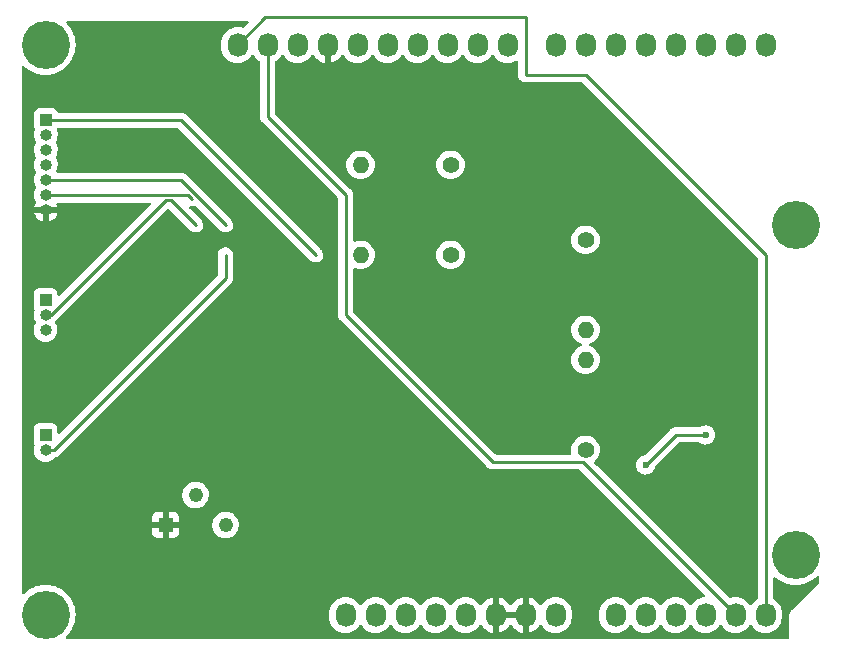
<source format=gbl>
G04 #@! TF.GenerationSoftware,KiCad,Pcbnew,(6.0.4)*
G04 #@! TF.CreationDate,2022-05-08T20:33:45-07:00*
G04 #@! TF.ProjectId,PCB_Design,5043425f-4465-4736-9967-6e2e6b696361,rev?*
G04 #@! TF.SameCoordinates,Original*
G04 #@! TF.FileFunction,Copper,L2,Bot*
G04 #@! TF.FilePolarity,Positive*
%FSLAX46Y46*%
G04 Gerber Fmt 4.6, Leading zero omitted, Abs format (unit mm)*
G04 Created by KiCad (PCBNEW (6.0.4)) date 2022-05-08 20:33:45*
%MOMM*%
%LPD*%
G01*
G04 APERTURE LIST*
G04 #@! TA.AperFunction,ComponentPad*
%ADD10O,1.727200X2.032000*%
G04 #@! TD*
G04 #@! TA.AperFunction,ComponentPad*
%ADD11C,4.064000*%
G04 #@! TD*
G04 #@! TA.AperFunction,ComponentPad*
%ADD12C,1.400000*%
G04 #@! TD*
G04 #@! TA.AperFunction,ComponentPad*
%ADD13O,1.400000X1.400000*%
G04 #@! TD*
G04 #@! TA.AperFunction,ComponentPad*
%ADD14R,1.000000X1.000000*%
G04 #@! TD*
G04 #@! TA.AperFunction,ComponentPad*
%ADD15O,1.000000X1.000000*%
G04 #@! TD*
G04 #@! TA.AperFunction,ComponentPad*
%ADD16R,1.222000X1.222000*%
G04 #@! TD*
G04 #@! TA.AperFunction,ComponentPad*
%ADD17C,1.222000*%
G04 #@! TD*
G04 #@! TA.AperFunction,ViaPad*
%ADD18C,0.600000*%
G04 #@! TD*
G04 #@! TA.AperFunction,Conductor*
%ADD19C,0.250000*%
G04 #@! TD*
G04 APERTURE END LIST*
D10*
X138938000Y-123825000D03*
X141478000Y-123825000D03*
X144018000Y-123825000D03*
X146558000Y-123825000D03*
X149098000Y-123825000D03*
X151638000Y-123825000D03*
X154178000Y-123825000D03*
X156718000Y-123825000D03*
X161798000Y-123825000D03*
X164338000Y-123825000D03*
X166878000Y-123825000D03*
X169418000Y-123825000D03*
X171958000Y-123825000D03*
X174498000Y-123825000D03*
X129794000Y-75565000D03*
X132334000Y-75565000D03*
X134874000Y-75565000D03*
X137414000Y-75565000D03*
X139954000Y-75565000D03*
X142494000Y-75565000D03*
X145034000Y-75565000D03*
X147574000Y-75565000D03*
X150114000Y-75565000D03*
X152654000Y-75565000D03*
X156718000Y-75565000D03*
X159258000Y-75565000D03*
X161798000Y-75565000D03*
X164338000Y-75565000D03*
X166878000Y-75565000D03*
X169418000Y-75565000D03*
X171958000Y-75565000D03*
X174498000Y-75565000D03*
D11*
X113538000Y-123825000D03*
X177038000Y-118745000D03*
X113538000Y-75565000D03*
X177038000Y-90805000D03*
D12*
X159258000Y-92075000D03*
D13*
X159258000Y-99695000D03*
D14*
X113563000Y-81925000D03*
D15*
X113563000Y-83195000D03*
X113563000Y-84465000D03*
X113563000Y-85735000D03*
X113563000Y-87005000D03*
X113563000Y-88275000D03*
X113563000Y-89545000D03*
D16*
X123698000Y-116205000D03*
D17*
X126238000Y-113665000D03*
X128778000Y-116205000D03*
D12*
X147828000Y-85725000D03*
D13*
X140208000Y-85725000D03*
D14*
X113538000Y-97155000D03*
D15*
X113538000Y-98425000D03*
X113538000Y-99695000D03*
D12*
X147828000Y-93345000D03*
D13*
X140208000Y-93345000D03*
D12*
X159258000Y-109855000D03*
D13*
X159258000Y-102235000D03*
D14*
X113538000Y-108585000D03*
D15*
X113538000Y-109855000D03*
D18*
X146558000Y-113665000D03*
X151638000Y-118745000D03*
X146558000Y-113665000D03*
X169418000Y-108585000D03*
X164338000Y-111125000D03*
X164338000Y-111125000D03*
X164338000Y-111125000D03*
X169418000Y-108585000D03*
D19*
X113563000Y-81925000D02*
X124978000Y-81925000D01*
X124978000Y-81925000D02*
X136398000Y-93345000D01*
X146558000Y-113665000D02*
X151638000Y-118745000D01*
X171958000Y-123825000D02*
X159012511Y-110879511D01*
X159012511Y-110879511D02*
X151392511Y-110879511D01*
X132334000Y-81661000D02*
X132334000Y-75565000D01*
X138938000Y-88265000D02*
X132334000Y-81661000D01*
X151392511Y-110879511D02*
X138938000Y-98425000D01*
X138938000Y-98425000D02*
X138938000Y-88265000D01*
X154178000Y-73224520D02*
X132134480Y-73224520D01*
X174498000Y-123825000D02*
X174498000Y-93345000D01*
X154178000Y-78105000D02*
X154178000Y-73224520D01*
X159258000Y-78105000D02*
X154178000Y-78105000D01*
X174498000Y-93345000D02*
X159258000Y-78105000D01*
X132134480Y-73224520D02*
X129794000Y-75565000D01*
X166878000Y-108585000D02*
X169418000Y-108585000D01*
X164338000Y-111125000D02*
X166878000Y-108585000D01*
X128778000Y-95322106D02*
X128778000Y-93345000D01*
X113538000Y-109855000D02*
X114245106Y-109855000D01*
X114245106Y-109855000D02*
X128778000Y-95322106D01*
X113538000Y-98425000D02*
X113997520Y-98425000D01*
X113997520Y-98425000D02*
X123698000Y-88724520D01*
X124157520Y-88724520D02*
X126238000Y-90805000D01*
X123698000Y-88724520D02*
X124157520Y-88724520D01*
X124978000Y-87005000D02*
X128778000Y-90805000D01*
X113563000Y-87005000D02*
X124978000Y-87005000D01*
X113563000Y-88275000D02*
X125612282Y-88275000D01*
X125612282Y-88275000D02*
X125920141Y-88582859D01*
G04 #@! TA.AperFunction,Conductor*
G36*
X130693526Y-73553502D02*
G01*
X130740019Y-73607158D01*
X130750123Y-73677432D01*
X130720629Y-73742012D01*
X130714505Y-73748591D01*
X130533184Y-73929911D01*
X130376791Y-74086304D01*
X130314479Y-74120329D01*
X130250334Y-74117540D01*
X130089704Y-74067663D01*
X129965340Y-74051180D01*
X129864152Y-74037768D01*
X129864148Y-74037768D01*
X129858868Y-74037068D01*
X129853538Y-74037268D01*
X129853537Y-74037268D01*
X129742523Y-74041436D01*
X129626178Y-74045803D01*
X129543474Y-74063156D01*
X129403514Y-74092523D01*
X129403511Y-74092524D01*
X129398287Y-74093620D01*
X129181710Y-74179150D01*
X128982641Y-74299949D01*
X128978611Y-74303446D01*
X128884075Y-74385480D01*
X128806770Y-74452561D01*
X128803387Y-74456687D01*
X128803383Y-74456691D01*
X128730262Y-74545869D01*
X128659128Y-74632624D01*
X128656490Y-74637259D01*
X128656487Y-74637263D01*
X128560597Y-74805719D01*
X128543935Y-74834989D01*
X128542114Y-74840005D01*
X128542112Y-74840010D01*
X128500302Y-74955194D01*
X128464485Y-75053869D01*
X128423050Y-75283007D01*
X128421900Y-75307394D01*
X128421900Y-75775868D01*
X128436626Y-75949420D01*
X128437964Y-75954577D01*
X128437965Y-75954580D01*
X128470816Y-76081146D01*
X128495125Y-76174806D01*
X128497317Y-76179672D01*
X128497318Y-76179675D01*
X128505594Y-76198046D01*
X128590762Y-76387113D01*
X128720804Y-76580272D01*
X128881532Y-76748758D01*
X129068350Y-76887754D01*
X129073102Y-76890170D01*
X129270244Y-76990402D01*
X129275916Y-76993286D01*
X129387106Y-77027811D01*
X129493193Y-77060753D01*
X129493199Y-77060754D01*
X129498296Y-77062337D01*
X129622660Y-77078820D01*
X129723848Y-77092232D01*
X129723852Y-77092232D01*
X129729132Y-77092932D01*
X129734462Y-77092732D01*
X129734463Y-77092732D01*
X129845477Y-77088564D01*
X129961822Y-77084197D01*
X130066005Y-77062337D01*
X130184486Y-77037477D01*
X130184489Y-77037476D01*
X130189713Y-77036380D01*
X130406290Y-76950850D01*
X130605359Y-76830051D01*
X130609855Y-76826150D01*
X130777197Y-76680939D01*
X130777199Y-76680937D01*
X130781230Y-76677439D01*
X130784613Y-76673313D01*
X130784617Y-76673309D01*
X130883776Y-76552374D01*
X130928872Y-76497376D01*
X130954845Y-76451748D01*
X131005927Y-76402442D01*
X131075558Y-76388580D01*
X131141629Y-76414563D01*
X131168867Y-76443713D01*
X131260804Y-76580272D01*
X131421532Y-76748758D01*
X131608350Y-76887754D01*
X131631606Y-76899578D01*
X131683263Y-76948281D01*
X131700500Y-77011894D01*
X131700500Y-81582233D01*
X131699973Y-81593416D01*
X131698298Y-81600909D01*
X131698547Y-81608835D01*
X131698547Y-81608836D01*
X131700438Y-81668986D01*
X131700500Y-81672945D01*
X131700500Y-81700856D01*
X131700997Y-81704790D01*
X131700997Y-81704791D01*
X131701005Y-81704856D01*
X131701938Y-81716693D01*
X131703327Y-81760889D01*
X131708978Y-81780339D01*
X131712987Y-81799700D01*
X131715526Y-81819797D01*
X131718445Y-81827168D01*
X131718445Y-81827170D01*
X131731804Y-81860912D01*
X131735649Y-81872142D01*
X131747982Y-81914593D01*
X131752015Y-81921412D01*
X131752017Y-81921417D01*
X131758293Y-81932028D01*
X131766988Y-81949776D01*
X131774448Y-81968617D01*
X131779110Y-81975033D01*
X131779110Y-81975034D01*
X131800436Y-82004387D01*
X131806952Y-82014307D01*
X131829458Y-82052362D01*
X131843779Y-82066683D01*
X131856619Y-82081716D01*
X131868528Y-82098107D01*
X131874634Y-82103158D01*
X131902605Y-82126298D01*
X131911384Y-82134288D01*
X138267595Y-88490499D01*
X138301621Y-88552811D01*
X138304500Y-88579594D01*
X138304500Y-98346233D01*
X138303973Y-98357416D01*
X138302298Y-98364909D01*
X138302547Y-98372835D01*
X138302547Y-98372836D01*
X138304438Y-98432986D01*
X138304500Y-98436945D01*
X138304500Y-98464856D01*
X138304997Y-98468790D01*
X138304997Y-98468791D01*
X138305005Y-98468856D01*
X138305938Y-98480693D01*
X138307327Y-98524889D01*
X138312978Y-98544339D01*
X138316987Y-98563700D01*
X138319526Y-98583797D01*
X138322445Y-98591168D01*
X138322445Y-98591170D01*
X138335804Y-98624912D01*
X138339649Y-98636142D01*
X138342051Y-98644411D01*
X138351982Y-98678593D01*
X138356015Y-98685412D01*
X138356017Y-98685417D01*
X138362293Y-98696028D01*
X138370988Y-98713776D01*
X138378448Y-98732617D01*
X138383110Y-98739033D01*
X138383110Y-98739034D01*
X138404436Y-98768387D01*
X138410952Y-98778307D01*
X138433458Y-98816362D01*
X138447779Y-98830683D01*
X138460619Y-98845716D01*
X138472528Y-98862107D01*
X138478634Y-98867158D01*
X138506605Y-98890298D01*
X138515384Y-98898288D01*
X150888854Y-111271758D01*
X150896398Y-111280048D01*
X150900511Y-111286529D01*
X150906288Y-111291954D01*
X150950178Y-111333169D01*
X150953020Y-111335924D01*
X150972741Y-111355645D01*
X150975936Y-111358123D01*
X150984958Y-111365829D01*
X151017190Y-111396097D01*
X151024139Y-111399917D01*
X151034943Y-111405857D01*
X151051467Y-111416710D01*
X151067470Y-111429124D01*
X151108054Y-111446687D01*
X151118684Y-111451894D01*
X151157451Y-111473206D01*
X151165128Y-111475177D01*
X151165133Y-111475179D01*
X151177069Y-111478243D01*
X151195777Y-111484648D01*
X151214366Y-111492692D01*
X151222191Y-111493931D01*
X151222193Y-111493932D01*
X151258030Y-111499608D01*
X151269651Y-111502015D01*
X151304800Y-111511039D01*
X151312481Y-111513011D01*
X151332742Y-111513011D01*
X151352451Y-111514562D01*
X151372454Y-111517730D01*
X151380346Y-111516984D01*
X151385573Y-111516490D01*
X151416465Y-111513570D01*
X151428322Y-111513011D01*
X158697917Y-111513011D01*
X158766038Y-111533013D01*
X158787012Y-111549916D01*
X169328620Y-122091524D01*
X169362646Y-122153836D01*
X169357581Y-122224651D01*
X169315034Y-122281487D01*
X169255028Y-122305621D01*
X169250178Y-122305803D01*
X169140677Y-122328779D01*
X169027514Y-122352523D01*
X169027511Y-122352524D01*
X169022287Y-122353620D01*
X168805710Y-122439150D01*
X168606641Y-122559949D01*
X168602611Y-122563446D01*
X168508075Y-122645480D01*
X168430770Y-122712561D01*
X168427387Y-122716687D01*
X168427383Y-122716691D01*
X168354262Y-122805869D01*
X168283128Y-122892624D01*
X168280490Y-122897259D01*
X168280487Y-122897263D01*
X168257155Y-122938252D01*
X168206073Y-122987558D01*
X168136442Y-123001420D01*
X168070371Y-122975437D01*
X168043133Y-122946287D01*
X167954388Y-122814470D01*
X167951196Y-122809728D01*
X167790468Y-122641242D01*
X167603650Y-122502246D01*
X167476574Y-122437637D01*
X167400842Y-122399133D01*
X167400841Y-122399133D01*
X167396084Y-122396714D01*
X167257299Y-122353620D01*
X167178807Y-122329247D01*
X167178801Y-122329246D01*
X167173704Y-122327663D01*
X167049340Y-122311180D01*
X166948152Y-122297768D01*
X166948148Y-122297768D01*
X166942868Y-122297068D01*
X166937538Y-122297268D01*
X166937537Y-122297268D01*
X166826523Y-122301435D01*
X166710178Y-122305803D01*
X166704955Y-122306899D01*
X166487514Y-122352523D01*
X166487511Y-122352524D01*
X166482287Y-122353620D01*
X166265710Y-122439150D01*
X166066641Y-122559949D01*
X166062611Y-122563446D01*
X165968075Y-122645480D01*
X165890770Y-122712561D01*
X165887387Y-122716687D01*
X165887383Y-122716691D01*
X165814262Y-122805869D01*
X165743128Y-122892624D01*
X165740490Y-122897259D01*
X165740487Y-122897263D01*
X165717155Y-122938252D01*
X165666073Y-122987558D01*
X165596442Y-123001420D01*
X165530371Y-122975437D01*
X165503133Y-122946287D01*
X165414388Y-122814470D01*
X165411196Y-122809728D01*
X165250468Y-122641242D01*
X165063650Y-122502246D01*
X164936574Y-122437637D01*
X164860842Y-122399133D01*
X164860841Y-122399133D01*
X164856084Y-122396714D01*
X164717299Y-122353620D01*
X164638807Y-122329247D01*
X164638801Y-122329246D01*
X164633704Y-122327663D01*
X164509340Y-122311180D01*
X164408152Y-122297768D01*
X164408148Y-122297768D01*
X164402868Y-122297068D01*
X164397538Y-122297268D01*
X164397537Y-122297268D01*
X164286523Y-122301435D01*
X164170178Y-122305803D01*
X164164955Y-122306899D01*
X163947514Y-122352523D01*
X163947511Y-122352524D01*
X163942287Y-122353620D01*
X163725710Y-122439150D01*
X163526641Y-122559949D01*
X163522611Y-122563446D01*
X163428075Y-122645480D01*
X163350770Y-122712561D01*
X163347387Y-122716687D01*
X163347383Y-122716691D01*
X163274262Y-122805869D01*
X163203128Y-122892624D01*
X163200490Y-122897259D01*
X163200487Y-122897263D01*
X163177155Y-122938252D01*
X163126073Y-122987558D01*
X163056442Y-123001420D01*
X162990371Y-122975437D01*
X162963133Y-122946287D01*
X162874388Y-122814470D01*
X162871196Y-122809728D01*
X162710468Y-122641242D01*
X162523650Y-122502246D01*
X162396574Y-122437637D01*
X162320842Y-122399133D01*
X162320841Y-122399133D01*
X162316084Y-122396714D01*
X162177299Y-122353620D01*
X162098807Y-122329247D01*
X162098801Y-122329246D01*
X162093704Y-122327663D01*
X161969340Y-122311180D01*
X161868152Y-122297768D01*
X161868148Y-122297768D01*
X161862868Y-122297068D01*
X161857538Y-122297268D01*
X161857537Y-122297268D01*
X161746523Y-122301435D01*
X161630178Y-122305803D01*
X161624955Y-122306899D01*
X161407514Y-122352523D01*
X161407511Y-122352524D01*
X161402287Y-122353620D01*
X161185710Y-122439150D01*
X160986641Y-122559949D01*
X160982611Y-122563446D01*
X160888075Y-122645480D01*
X160810770Y-122712561D01*
X160807387Y-122716687D01*
X160807383Y-122716691D01*
X160734262Y-122805869D01*
X160663128Y-122892624D01*
X160660490Y-122897259D01*
X160660487Y-122897263D01*
X160597589Y-123007760D01*
X160547935Y-123094989D01*
X160546114Y-123100005D01*
X160546112Y-123100010D01*
X160504302Y-123215194D01*
X160468485Y-123313869D01*
X160427050Y-123543007D01*
X160426855Y-123547146D01*
X160426854Y-123547153D01*
X160425970Y-123565905D01*
X160425900Y-123567394D01*
X160425900Y-124035868D01*
X160440626Y-124209420D01*
X160441964Y-124214577D01*
X160441965Y-124214580D01*
X160474816Y-124341146D01*
X160499125Y-124434806D01*
X160501317Y-124439672D01*
X160501318Y-124439675D01*
X160509594Y-124458046D01*
X160594762Y-124647113D01*
X160724804Y-124840272D01*
X160885532Y-125008758D01*
X161072350Y-125147754D01*
X161077102Y-125150170D01*
X161274244Y-125250402D01*
X161279916Y-125253286D01*
X161391106Y-125287812D01*
X161497193Y-125320753D01*
X161497199Y-125320754D01*
X161502296Y-125322337D01*
X161626660Y-125338820D01*
X161727848Y-125352232D01*
X161727852Y-125352232D01*
X161733132Y-125352932D01*
X161738462Y-125352732D01*
X161738463Y-125352732D01*
X161849477Y-125348564D01*
X161965822Y-125344197D01*
X162070005Y-125322337D01*
X162188486Y-125297477D01*
X162188489Y-125297476D01*
X162193713Y-125296380D01*
X162410290Y-125210850D01*
X162609359Y-125090051D01*
X162613855Y-125086150D01*
X162781197Y-124940939D01*
X162781199Y-124940937D01*
X162785230Y-124937439D01*
X162788613Y-124933313D01*
X162788617Y-124933309D01*
X162887776Y-124812374D01*
X162932872Y-124757376D01*
X162935672Y-124752458D01*
X162958845Y-124711748D01*
X163009927Y-124662442D01*
X163079558Y-124648580D01*
X163145629Y-124674563D01*
X163172867Y-124703713D01*
X163264804Y-124840272D01*
X163425532Y-125008758D01*
X163612350Y-125147754D01*
X163617102Y-125150170D01*
X163814244Y-125250402D01*
X163819916Y-125253286D01*
X163931106Y-125287812D01*
X164037193Y-125320753D01*
X164037199Y-125320754D01*
X164042296Y-125322337D01*
X164166660Y-125338820D01*
X164267848Y-125352232D01*
X164267852Y-125352232D01*
X164273132Y-125352932D01*
X164278462Y-125352732D01*
X164278463Y-125352732D01*
X164389477Y-125348564D01*
X164505822Y-125344197D01*
X164610005Y-125322337D01*
X164728486Y-125297477D01*
X164728489Y-125297476D01*
X164733713Y-125296380D01*
X164950290Y-125210850D01*
X165149359Y-125090051D01*
X165153855Y-125086150D01*
X165321197Y-124940939D01*
X165321199Y-124940937D01*
X165325230Y-124937439D01*
X165328613Y-124933313D01*
X165328617Y-124933309D01*
X165427776Y-124812374D01*
X165472872Y-124757376D01*
X165475672Y-124752458D01*
X165498845Y-124711748D01*
X165549927Y-124662442D01*
X165619558Y-124648580D01*
X165685629Y-124674563D01*
X165712867Y-124703713D01*
X165804804Y-124840272D01*
X165965532Y-125008758D01*
X166152350Y-125147754D01*
X166157102Y-125150170D01*
X166354244Y-125250402D01*
X166359916Y-125253286D01*
X166471106Y-125287812D01*
X166577193Y-125320753D01*
X166577199Y-125320754D01*
X166582296Y-125322337D01*
X166706660Y-125338820D01*
X166807848Y-125352232D01*
X166807852Y-125352232D01*
X166813132Y-125352932D01*
X166818462Y-125352732D01*
X166818463Y-125352732D01*
X166929477Y-125348564D01*
X167045822Y-125344197D01*
X167150005Y-125322337D01*
X167268486Y-125297477D01*
X167268489Y-125297476D01*
X167273713Y-125296380D01*
X167490290Y-125210850D01*
X167689359Y-125090051D01*
X167693855Y-125086150D01*
X167861197Y-124940939D01*
X167861199Y-124940937D01*
X167865230Y-124937439D01*
X167868613Y-124933313D01*
X167868617Y-124933309D01*
X167967776Y-124812374D01*
X168012872Y-124757376D01*
X168015672Y-124752458D01*
X168038845Y-124711748D01*
X168089927Y-124662442D01*
X168159558Y-124648580D01*
X168225629Y-124674563D01*
X168252867Y-124703713D01*
X168344804Y-124840272D01*
X168505532Y-125008758D01*
X168692350Y-125147754D01*
X168697102Y-125150170D01*
X168894244Y-125250402D01*
X168899916Y-125253286D01*
X169011106Y-125287812D01*
X169117193Y-125320753D01*
X169117199Y-125320754D01*
X169122296Y-125322337D01*
X169246660Y-125338820D01*
X169347848Y-125352232D01*
X169347852Y-125352232D01*
X169353132Y-125352932D01*
X169358462Y-125352732D01*
X169358463Y-125352732D01*
X169469477Y-125348564D01*
X169585822Y-125344197D01*
X169690005Y-125322337D01*
X169808486Y-125297477D01*
X169808489Y-125297476D01*
X169813713Y-125296380D01*
X170030290Y-125210850D01*
X170229359Y-125090051D01*
X170233855Y-125086150D01*
X170401197Y-124940939D01*
X170401199Y-124940937D01*
X170405230Y-124937439D01*
X170408613Y-124933313D01*
X170408617Y-124933309D01*
X170507776Y-124812374D01*
X170552872Y-124757376D01*
X170555672Y-124752458D01*
X170578845Y-124711748D01*
X170629927Y-124662442D01*
X170699558Y-124648580D01*
X170765629Y-124674563D01*
X170792867Y-124703713D01*
X170884804Y-124840272D01*
X171045532Y-125008758D01*
X171232350Y-125147754D01*
X171237102Y-125150170D01*
X171434244Y-125250402D01*
X171439916Y-125253286D01*
X171551106Y-125287812D01*
X171657193Y-125320753D01*
X171657199Y-125320754D01*
X171662296Y-125322337D01*
X171786660Y-125338820D01*
X171887848Y-125352232D01*
X171887852Y-125352232D01*
X171893132Y-125352932D01*
X171898462Y-125352732D01*
X171898463Y-125352732D01*
X172009477Y-125348564D01*
X172125822Y-125344197D01*
X172230005Y-125322337D01*
X172348486Y-125297477D01*
X172348489Y-125297476D01*
X172353713Y-125296380D01*
X172570290Y-125210850D01*
X172769359Y-125090051D01*
X172773855Y-125086150D01*
X172941197Y-124940939D01*
X172941199Y-124940937D01*
X172945230Y-124937439D01*
X172948613Y-124933313D01*
X172948617Y-124933309D01*
X173047776Y-124812374D01*
X173092872Y-124757376D01*
X173095672Y-124752458D01*
X173118845Y-124711748D01*
X173169927Y-124662442D01*
X173239558Y-124648580D01*
X173305629Y-124674563D01*
X173332867Y-124703713D01*
X173424804Y-124840272D01*
X173585532Y-125008758D01*
X173772350Y-125147754D01*
X173777102Y-125150170D01*
X173974244Y-125250402D01*
X173979916Y-125253286D01*
X174091106Y-125287812D01*
X174197193Y-125320753D01*
X174197199Y-125320754D01*
X174202296Y-125322337D01*
X174326660Y-125338820D01*
X174427848Y-125352232D01*
X174427852Y-125352232D01*
X174433132Y-125352932D01*
X174438462Y-125352732D01*
X174438463Y-125352732D01*
X174549477Y-125348564D01*
X174665822Y-125344197D01*
X174770005Y-125322337D01*
X174888486Y-125297477D01*
X174888489Y-125297476D01*
X174893713Y-125296380D01*
X175110290Y-125210850D01*
X175309359Y-125090051D01*
X175313855Y-125086150D01*
X175481197Y-124940939D01*
X175481199Y-124940937D01*
X175485230Y-124937439D01*
X175488613Y-124933313D01*
X175488617Y-124933309D01*
X175587776Y-124812374D01*
X175632872Y-124757376D01*
X175635672Y-124752458D01*
X175745422Y-124559654D01*
X175748065Y-124555011D01*
X175768239Y-124499435D01*
X175825695Y-124341146D01*
X175825696Y-124341142D01*
X175827515Y-124336131D01*
X175868950Y-124106993D01*
X175869632Y-124092548D01*
X175870030Y-124084095D01*
X175870030Y-124084086D01*
X175870100Y-124082606D01*
X175870100Y-123614132D01*
X175861258Y-123509924D01*
X175855825Y-123445891D01*
X175855824Y-123445887D01*
X175855374Y-123440580D01*
X175848781Y-123415177D01*
X175798217Y-123220363D01*
X175798216Y-123220359D01*
X175796875Y-123215194D01*
X175788164Y-123195855D01*
X175703433Y-123007760D01*
X175701238Y-123002887D01*
X175571196Y-122809728D01*
X175410468Y-122641242D01*
X175223650Y-122502246D01*
X175200394Y-122490422D01*
X175148737Y-122441719D01*
X175131500Y-122378106D01*
X175131500Y-120730906D01*
X175151502Y-120662785D01*
X175205158Y-120616292D01*
X175275432Y-120606188D01*
X175343752Y-120639056D01*
X175415423Y-120706359D01*
X175674041Y-120894256D01*
X175954169Y-121048258D01*
X176020126Y-121074372D01*
X176247707Y-121164478D01*
X176247710Y-121164479D01*
X176251390Y-121165936D01*
X176255224Y-121166920D01*
X176255232Y-121166923D01*
X176447153Y-121216200D01*
X176561017Y-121245435D01*
X176564945Y-121245931D01*
X176564949Y-121245932D01*
X176690642Y-121261810D01*
X176878165Y-121285500D01*
X177197835Y-121285500D01*
X177385358Y-121261810D01*
X177511051Y-121245932D01*
X177511055Y-121245931D01*
X177514983Y-121245435D01*
X177628847Y-121216200D01*
X177820768Y-121166923D01*
X177820776Y-121166920D01*
X177824610Y-121165936D01*
X177828290Y-121164479D01*
X177828293Y-121164478D01*
X178055874Y-121074372D01*
X178121831Y-121048258D01*
X178401959Y-120894256D01*
X178660577Y-120706359D01*
X178857248Y-120521673D01*
X178920597Y-120489622D01*
X178991219Y-120496909D01*
X179046690Y-120541219D01*
X179069500Y-120613523D01*
X179069500Y-121022182D01*
X179049498Y-121090303D01*
X179032595Y-121111277D01*
X176728696Y-123415177D01*
X176719156Y-123422800D01*
X176719470Y-123423168D01*
X176712634Y-123428986D01*
X176705042Y-123433776D01*
X176699100Y-123440504D01*
X176669407Y-123474125D01*
X176664061Y-123479812D01*
X176652618Y-123491255D01*
X176646978Y-123498780D01*
X176646341Y-123499630D01*
X176639967Y-123507459D01*
X176608622Y-123542951D01*
X176604808Y-123551074D01*
X176603174Y-123553562D01*
X176594186Y-123568523D01*
X176592771Y-123571108D01*
X176587384Y-123578295D01*
X176584233Y-123586701D01*
X176570759Y-123622642D01*
X176566833Y-123631958D01*
X176546719Y-123674800D01*
X176545338Y-123683669D01*
X176544472Y-123686502D01*
X176540042Y-123703389D01*
X176539408Y-123706274D01*
X176536255Y-123714684D01*
X176535590Y-123723639D01*
X176532746Y-123761906D01*
X176531592Y-123771952D01*
X176529500Y-123785386D01*
X176529500Y-123800906D01*
X176529154Y-123810243D01*
X176525461Y-123859941D01*
X176527335Y-123868720D01*
X176527898Y-123876978D01*
X176529500Y-123892161D01*
X176529500Y-125730500D01*
X176509498Y-125798621D01*
X176455842Y-125845114D01*
X176403500Y-125856500D01*
X115404124Y-125856500D01*
X115336003Y-125836498D01*
X115289510Y-125782842D01*
X115279406Y-125712568D01*
X115308900Y-125647988D01*
X115317871Y-125638650D01*
X115390715Y-125570245D01*
X115390716Y-125570244D01*
X115393606Y-125567530D01*
X115597371Y-125321221D01*
X115606087Y-125307488D01*
X115766535Y-125054662D01*
X115766535Y-125054661D01*
X115768659Y-125051315D01*
X115770343Y-125047736D01*
X115770347Y-125047729D01*
X115903078Y-124765660D01*
X115903080Y-124765656D01*
X115904767Y-124762070D01*
X115907800Y-124752737D01*
X116002324Y-124461822D01*
X116003551Y-124458046D01*
X116063451Y-124144039D01*
X116070256Y-124035868D01*
X137565900Y-124035868D01*
X137580626Y-124209420D01*
X137581964Y-124214577D01*
X137581965Y-124214580D01*
X137614816Y-124341146D01*
X137639125Y-124434806D01*
X137641317Y-124439672D01*
X137641318Y-124439675D01*
X137649594Y-124458046D01*
X137734762Y-124647113D01*
X137864804Y-124840272D01*
X138025532Y-125008758D01*
X138212350Y-125147754D01*
X138217102Y-125150170D01*
X138414244Y-125250402D01*
X138419916Y-125253286D01*
X138531106Y-125287812D01*
X138637193Y-125320753D01*
X138637199Y-125320754D01*
X138642296Y-125322337D01*
X138766660Y-125338820D01*
X138867848Y-125352232D01*
X138867852Y-125352232D01*
X138873132Y-125352932D01*
X138878462Y-125352732D01*
X138878463Y-125352732D01*
X138989477Y-125348564D01*
X139105822Y-125344197D01*
X139210005Y-125322337D01*
X139328486Y-125297477D01*
X139328489Y-125297476D01*
X139333713Y-125296380D01*
X139550290Y-125210850D01*
X139749359Y-125090051D01*
X139753855Y-125086150D01*
X139921197Y-124940939D01*
X139921199Y-124940937D01*
X139925230Y-124937439D01*
X139928613Y-124933313D01*
X139928617Y-124933309D01*
X140027776Y-124812374D01*
X140072872Y-124757376D01*
X140075672Y-124752458D01*
X140098845Y-124711748D01*
X140149927Y-124662442D01*
X140219558Y-124648580D01*
X140285629Y-124674563D01*
X140312867Y-124703713D01*
X140404804Y-124840272D01*
X140565532Y-125008758D01*
X140752350Y-125147754D01*
X140757102Y-125150170D01*
X140954244Y-125250402D01*
X140959916Y-125253286D01*
X141071106Y-125287812D01*
X141177193Y-125320753D01*
X141177199Y-125320754D01*
X141182296Y-125322337D01*
X141306660Y-125338820D01*
X141407848Y-125352232D01*
X141407852Y-125352232D01*
X141413132Y-125352932D01*
X141418462Y-125352732D01*
X141418463Y-125352732D01*
X141529477Y-125348564D01*
X141645822Y-125344197D01*
X141750005Y-125322337D01*
X141868486Y-125297477D01*
X141868489Y-125297476D01*
X141873713Y-125296380D01*
X142090290Y-125210850D01*
X142289359Y-125090051D01*
X142293855Y-125086150D01*
X142461197Y-124940939D01*
X142461199Y-124940937D01*
X142465230Y-124937439D01*
X142468613Y-124933313D01*
X142468617Y-124933309D01*
X142567776Y-124812374D01*
X142612872Y-124757376D01*
X142615672Y-124752458D01*
X142638845Y-124711748D01*
X142689927Y-124662442D01*
X142759558Y-124648580D01*
X142825629Y-124674563D01*
X142852867Y-124703713D01*
X142944804Y-124840272D01*
X143105532Y-125008758D01*
X143292350Y-125147754D01*
X143297102Y-125150170D01*
X143494244Y-125250402D01*
X143499916Y-125253286D01*
X143611106Y-125287812D01*
X143717193Y-125320753D01*
X143717199Y-125320754D01*
X143722296Y-125322337D01*
X143846660Y-125338820D01*
X143947848Y-125352232D01*
X143947852Y-125352232D01*
X143953132Y-125352932D01*
X143958462Y-125352732D01*
X143958463Y-125352732D01*
X144069477Y-125348564D01*
X144185822Y-125344197D01*
X144290005Y-125322337D01*
X144408486Y-125297477D01*
X144408489Y-125297476D01*
X144413713Y-125296380D01*
X144630290Y-125210850D01*
X144829359Y-125090051D01*
X144833855Y-125086150D01*
X145001197Y-124940939D01*
X145001199Y-124940937D01*
X145005230Y-124937439D01*
X145008613Y-124933313D01*
X145008617Y-124933309D01*
X145107776Y-124812374D01*
X145152872Y-124757376D01*
X145155672Y-124752458D01*
X145178845Y-124711748D01*
X145229927Y-124662442D01*
X145299558Y-124648580D01*
X145365629Y-124674563D01*
X145392867Y-124703713D01*
X145484804Y-124840272D01*
X145645532Y-125008758D01*
X145832350Y-125147754D01*
X145837102Y-125150170D01*
X146034244Y-125250402D01*
X146039916Y-125253286D01*
X146151106Y-125287812D01*
X146257193Y-125320753D01*
X146257199Y-125320754D01*
X146262296Y-125322337D01*
X146386660Y-125338820D01*
X146487848Y-125352232D01*
X146487852Y-125352232D01*
X146493132Y-125352932D01*
X146498462Y-125352732D01*
X146498463Y-125352732D01*
X146609477Y-125348564D01*
X146725822Y-125344197D01*
X146830005Y-125322337D01*
X146948486Y-125297477D01*
X146948489Y-125297476D01*
X146953713Y-125296380D01*
X147170290Y-125210850D01*
X147369359Y-125090051D01*
X147373855Y-125086150D01*
X147541197Y-124940939D01*
X147541199Y-124940937D01*
X147545230Y-124937439D01*
X147548613Y-124933313D01*
X147548617Y-124933309D01*
X147647776Y-124812374D01*
X147692872Y-124757376D01*
X147695672Y-124752458D01*
X147718845Y-124711748D01*
X147769927Y-124662442D01*
X147839558Y-124648580D01*
X147905629Y-124674563D01*
X147932867Y-124703713D01*
X148024804Y-124840272D01*
X148185532Y-125008758D01*
X148372350Y-125147754D01*
X148377102Y-125150170D01*
X148574244Y-125250402D01*
X148579916Y-125253286D01*
X148691106Y-125287812D01*
X148797193Y-125320753D01*
X148797199Y-125320754D01*
X148802296Y-125322337D01*
X148926660Y-125338820D01*
X149027848Y-125352232D01*
X149027852Y-125352232D01*
X149033132Y-125352932D01*
X149038462Y-125352732D01*
X149038463Y-125352732D01*
X149149477Y-125348564D01*
X149265822Y-125344197D01*
X149370005Y-125322337D01*
X149488486Y-125297477D01*
X149488489Y-125297476D01*
X149493713Y-125296380D01*
X149710290Y-125210850D01*
X149909359Y-125090051D01*
X149913855Y-125086150D01*
X150081197Y-124940939D01*
X150081199Y-124940937D01*
X150085230Y-124937439D01*
X150088613Y-124933313D01*
X150088617Y-124933309D01*
X150187776Y-124812374D01*
X150232872Y-124757376D01*
X150259122Y-124711261D01*
X150310202Y-124661956D01*
X150379832Y-124648094D01*
X150445904Y-124674077D01*
X150473143Y-124703227D01*
X150562215Y-124835530D01*
X150568876Y-124843816D01*
X150722180Y-125004520D01*
X150730148Y-125011569D01*
X150908336Y-125144144D01*
X150917366Y-125149743D01*
X151115347Y-125250402D01*
X151125208Y-125254405D01*
X151337301Y-125320263D01*
X151347696Y-125322548D01*
X151366041Y-125324980D01*
X151380208Y-125322783D01*
X151384000Y-125309599D01*
X151384000Y-125307488D01*
X151892000Y-125307488D01*
X151895973Y-125321019D01*
X151906580Y-125322544D01*
X152028343Y-125296996D01*
X152038539Y-125293936D01*
X152245097Y-125212363D01*
X152254634Y-125207629D01*
X152444503Y-125092414D01*
X152453093Y-125086150D01*
X152620837Y-124940589D01*
X152628257Y-124932959D01*
X152769073Y-124761220D01*
X152775095Y-124752458D01*
X152798810Y-124710798D01*
X152849893Y-124661492D01*
X152919524Y-124647631D01*
X152985594Y-124673615D01*
X153012832Y-124702764D01*
X153102215Y-124835531D01*
X153108876Y-124843816D01*
X153262180Y-125004520D01*
X153270148Y-125011569D01*
X153448336Y-125144144D01*
X153457366Y-125149743D01*
X153655347Y-125250402D01*
X153665208Y-125254405D01*
X153877301Y-125320263D01*
X153887696Y-125322548D01*
X153906041Y-125324980D01*
X153920208Y-125322783D01*
X153924000Y-125309599D01*
X153924000Y-125307488D01*
X154432000Y-125307488D01*
X154435973Y-125321019D01*
X154446580Y-125322544D01*
X154568343Y-125296996D01*
X154578539Y-125293936D01*
X154785097Y-125212363D01*
X154794634Y-125207629D01*
X154984503Y-125092414D01*
X154993093Y-125086150D01*
X155160837Y-124940589D01*
X155168257Y-124932959D01*
X155309073Y-124761220D01*
X155315102Y-124752449D01*
X155338533Y-124711285D01*
X155389615Y-124661978D01*
X155459245Y-124648116D01*
X155525316Y-124674099D01*
X155552555Y-124703249D01*
X155644804Y-124840272D01*
X155805532Y-125008758D01*
X155992350Y-125147754D01*
X155997102Y-125150170D01*
X156194244Y-125250402D01*
X156199916Y-125253286D01*
X156311106Y-125287812D01*
X156417193Y-125320753D01*
X156417199Y-125320754D01*
X156422296Y-125322337D01*
X156546660Y-125338820D01*
X156647848Y-125352232D01*
X156647852Y-125352232D01*
X156653132Y-125352932D01*
X156658462Y-125352732D01*
X156658463Y-125352732D01*
X156769477Y-125348564D01*
X156885822Y-125344197D01*
X156990005Y-125322337D01*
X157108486Y-125297477D01*
X157108489Y-125297476D01*
X157113713Y-125296380D01*
X157330290Y-125210850D01*
X157529359Y-125090051D01*
X157533855Y-125086150D01*
X157701197Y-124940939D01*
X157701199Y-124940937D01*
X157705230Y-124937439D01*
X157708613Y-124933313D01*
X157708617Y-124933309D01*
X157807776Y-124812374D01*
X157852872Y-124757376D01*
X157855672Y-124752458D01*
X157965422Y-124559654D01*
X157968065Y-124555011D01*
X157988239Y-124499435D01*
X158045695Y-124341146D01*
X158045696Y-124341142D01*
X158047515Y-124336131D01*
X158088950Y-124106993D01*
X158089632Y-124092548D01*
X158090030Y-124084095D01*
X158090030Y-124084086D01*
X158090100Y-124082606D01*
X158090100Y-123614132D01*
X158081258Y-123509924D01*
X158075825Y-123445891D01*
X158075824Y-123445887D01*
X158075374Y-123440580D01*
X158068781Y-123415177D01*
X158018217Y-123220363D01*
X158018216Y-123220359D01*
X158016875Y-123215194D01*
X158008164Y-123195855D01*
X157923433Y-123007760D01*
X157921238Y-123002887D01*
X157791196Y-122809728D01*
X157630468Y-122641242D01*
X157443650Y-122502246D01*
X157316574Y-122437637D01*
X157240842Y-122399133D01*
X157240841Y-122399133D01*
X157236084Y-122396714D01*
X157097299Y-122353620D01*
X157018807Y-122329247D01*
X157018801Y-122329246D01*
X157013704Y-122327663D01*
X156889340Y-122311180D01*
X156788152Y-122297768D01*
X156788148Y-122297768D01*
X156782868Y-122297068D01*
X156777538Y-122297268D01*
X156777537Y-122297268D01*
X156666523Y-122301435D01*
X156550178Y-122305803D01*
X156544955Y-122306899D01*
X156327514Y-122352523D01*
X156327511Y-122352524D01*
X156322287Y-122353620D01*
X156105710Y-122439150D01*
X155906641Y-122559949D01*
X155902611Y-122563446D01*
X155808075Y-122645480D01*
X155730770Y-122712561D01*
X155727387Y-122716687D01*
X155727383Y-122716691D01*
X155654262Y-122805869D01*
X155583128Y-122892624D01*
X155556878Y-122938739D01*
X155505798Y-122988044D01*
X155436168Y-123001906D01*
X155370096Y-122975923D01*
X155342857Y-122946773D01*
X155253785Y-122814470D01*
X155247124Y-122806184D01*
X155093820Y-122645480D01*
X155085852Y-122638431D01*
X154907664Y-122505856D01*
X154898634Y-122500257D01*
X154700653Y-122399598D01*
X154690792Y-122395595D01*
X154478699Y-122329737D01*
X154468304Y-122327452D01*
X154449959Y-122325020D01*
X154435792Y-122327217D01*
X154432000Y-122340401D01*
X154432000Y-125307488D01*
X153924000Y-125307488D01*
X153924000Y-124097115D01*
X153919525Y-124081876D01*
X153918135Y-124080671D01*
X153910452Y-124079000D01*
X151910115Y-124079000D01*
X151894876Y-124083475D01*
X151893671Y-124084865D01*
X151892000Y-124092548D01*
X151892000Y-125307488D01*
X151384000Y-125307488D01*
X151384000Y-123552885D01*
X151892000Y-123552885D01*
X151896475Y-123568124D01*
X151897865Y-123569329D01*
X151905548Y-123571000D01*
X153905885Y-123571000D01*
X153921124Y-123566525D01*
X153922329Y-123565135D01*
X153924000Y-123557452D01*
X153924000Y-122342512D01*
X153920027Y-122328981D01*
X153909420Y-122327456D01*
X153787657Y-122353004D01*
X153777461Y-122356064D01*
X153570903Y-122437637D01*
X153561366Y-122442371D01*
X153371497Y-122557586D01*
X153362907Y-122563850D01*
X153195163Y-122709411D01*
X153187743Y-122717041D01*
X153046927Y-122888780D01*
X153040905Y-122897542D01*
X153017190Y-122939202D01*
X152966107Y-122988508D01*
X152896476Y-123002369D01*
X152830406Y-122976385D01*
X152803168Y-122947236D01*
X152713785Y-122814469D01*
X152707124Y-122806184D01*
X152553820Y-122645480D01*
X152545852Y-122638431D01*
X152367664Y-122505856D01*
X152358634Y-122500257D01*
X152160653Y-122399598D01*
X152150792Y-122395595D01*
X151938699Y-122329737D01*
X151928304Y-122327452D01*
X151909959Y-122325020D01*
X151895792Y-122327217D01*
X151892000Y-122340401D01*
X151892000Y-123552885D01*
X151384000Y-123552885D01*
X151384000Y-122342512D01*
X151380027Y-122328981D01*
X151369420Y-122327456D01*
X151247657Y-122353004D01*
X151237461Y-122356064D01*
X151030903Y-122437637D01*
X151021366Y-122442371D01*
X150831497Y-122557586D01*
X150822907Y-122563850D01*
X150655163Y-122709411D01*
X150647743Y-122717041D01*
X150506927Y-122888780D01*
X150500898Y-122897551D01*
X150477467Y-122938715D01*
X150426385Y-122988022D01*
X150356755Y-123001884D01*
X150290684Y-122975901D01*
X150263445Y-122946751D01*
X150227005Y-122892624D01*
X150171196Y-122809728D01*
X150010468Y-122641242D01*
X149823650Y-122502246D01*
X149696574Y-122437637D01*
X149620842Y-122399133D01*
X149620841Y-122399133D01*
X149616084Y-122396714D01*
X149477299Y-122353620D01*
X149398807Y-122329247D01*
X149398801Y-122329246D01*
X149393704Y-122327663D01*
X149269340Y-122311180D01*
X149168152Y-122297768D01*
X149168148Y-122297768D01*
X149162868Y-122297068D01*
X149157538Y-122297268D01*
X149157537Y-122297268D01*
X149046523Y-122301435D01*
X148930178Y-122305803D01*
X148924955Y-122306899D01*
X148707514Y-122352523D01*
X148707511Y-122352524D01*
X148702287Y-122353620D01*
X148485710Y-122439150D01*
X148286641Y-122559949D01*
X148282611Y-122563446D01*
X148188075Y-122645480D01*
X148110770Y-122712561D01*
X148107387Y-122716687D01*
X148107383Y-122716691D01*
X148034262Y-122805869D01*
X147963128Y-122892624D01*
X147960490Y-122897259D01*
X147960487Y-122897263D01*
X147937155Y-122938252D01*
X147886073Y-122987558D01*
X147816442Y-123001420D01*
X147750371Y-122975437D01*
X147723133Y-122946287D01*
X147634388Y-122814470D01*
X147631196Y-122809728D01*
X147470468Y-122641242D01*
X147283650Y-122502246D01*
X147156574Y-122437637D01*
X147080842Y-122399133D01*
X147080841Y-122399133D01*
X147076084Y-122396714D01*
X146937299Y-122353620D01*
X146858807Y-122329247D01*
X146858801Y-122329246D01*
X146853704Y-122327663D01*
X146729340Y-122311180D01*
X146628152Y-122297768D01*
X146628148Y-122297768D01*
X146622868Y-122297068D01*
X146617538Y-122297268D01*
X146617537Y-122297268D01*
X146506523Y-122301435D01*
X146390178Y-122305803D01*
X146384955Y-122306899D01*
X146167514Y-122352523D01*
X146167511Y-122352524D01*
X146162287Y-122353620D01*
X145945710Y-122439150D01*
X145746641Y-122559949D01*
X145742611Y-122563446D01*
X145648075Y-122645480D01*
X145570770Y-122712561D01*
X145567387Y-122716687D01*
X145567383Y-122716691D01*
X145494262Y-122805869D01*
X145423128Y-122892624D01*
X145420490Y-122897259D01*
X145420487Y-122897263D01*
X145397155Y-122938252D01*
X145346073Y-122987558D01*
X145276442Y-123001420D01*
X145210371Y-122975437D01*
X145183133Y-122946287D01*
X145094388Y-122814470D01*
X145091196Y-122809728D01*
X144930468Y-122641242D01*
X144743650Y-122502246D01*
X144616574Y-122437637D01*
X144540842Y-122399133D01*
X144540841Y-122399133D01*
X144536084Y-122396714D01*
X144397299Y-122353620D01*
X144318807Y-122329247D01*
X144318801Y-122329246D01*
X144313704Y-122327663D01*
X144189340Y-122311180D01*
X144088152Y-122297768D01*
X144088148Y-122297768D01*
X144082868Y-122297068D01*
X144077538Y-122297268D01*
X144077537Y-122297268D01*
X143966523Y-122301435D01*
X143850178Y-122305803D01*
X143844955Y-122306899D01*
X143627514Y-122352523D01*
X143627511Y-122352524D01*
X143622287Y-122353620D01*
X143405710Y-122439150D01*
X143206641Y-122559949D01*
X143202611Y-122563446D01*
X143108075Y-122645480D01*
X143030770Y-122712561D01*
X143027387Y-122716687D01*
X143027383Y-122716691D01*
X142954262Y-122805869D01*
X142883128Y-122892624D01*
X142880490Y-122897259D01*
X142880487Y-122897263D01*
X142857155Y-122938252D01*
X142806073Y-122987558D01*
X142736442Y-123001420D01*
X142670371Y-122975437D01*
X142643133Y-122946287D01*
X142554388Y-122814470D01*
X142551196Y-122809728D01*
X142390468Y-122641242D01*
X142203650Y-122502246D01*
X142076574Y-122437637D01*
X142000842Y-122399133D01*
X142000841Y-122399133D01*
X141996084Y-122396714D01*
X141857299Y-122353620D01*
X141778807Y-122329247D01*
X141778801Y-122329246D01*
X141773704Y-122327663D01*
X141649340Y-122311180D01*
X141548152Y-122297768D01*
X141548148Y-122297768D01*
X141542868Y-122297068D01*
X141537538Y-122297268D01*
X141537537Y-122297268D01*
X141426523Y-122301435D01*
X141310178Y-122305803D01*
X141304955Y-122306899D01*
X141087514Y-122352523D01*
X141087511Y-122352524D01*
X141082287Y-122353620D01*
X140865710Y-122439150D01*
X140666641Y-122559949D01*
X140662611Y-122563446D01*
X140568075Y-122645480D01*
X140490770Y-122712561D01*
X140487387Y-122716687D01*
X140487383Y-122716691D01*
X140414262Y-122805869D01*
X140343128Y-122892624D01*
X140340490Y-122897259D01*
X140340487Y-122897263D01*
X140317155Y-122938252D01*
X140266073Y-122987558D01*
X140196442Y-123001420D01*
X140130371Y-122975437D01*
X140103133Y-122946287D01*
X140014388Y-122814470D01*
X140011196Y-122809728D01*
X139850468Y-122641242D01*
X139663650Y-122502246D01*
X139536574Y-122437637D01*
X139460842Y-122399133D01*
X139460841Y-122399133D01*
X139456084Y-122396714D01*
X139317299Y-122353620D01*
X139238807Y-122329247D01*
X139238801Y-122329246D01*
X139233704Y-122327663D01*
X139109340Y-122311180D01*
X139008152Y-122297768D01*
X139008148Y-122297768D01*
X139002868Y-122297068D01*
X138997538Y-122297268D01*
X138997537Y-122297268D01*
X138886523Y-122301435D01*
X138770178Y-122305803D01*
X138764955Y-122306899D01*
X138547514Y-122352523D01*
X138547511Y-122352524D01*
X138542287Y-122353620D01*
X138325710Y-122439150D01*
X138126641Y-122559949D01*
X138122611Y-122563446D01*
X138028075Y-122645480D01*
X137950770Y-122712561D01*
X137947387Y-122716687D01*
X137947383Y-122716691D01*
X137874262Y-122805869D01*
X137803128Y-122892624D01*
X137800490Y-122897259D01*
X137800487Y-122897263D01*
X137737589Y-123007760D01*
X137687935Y-123094989D01*
X137686114Y-123100005D01*
X137686112Y-123100010D01*
X137644302Y-123215194D01*
X137608485Y-123313869D01*
X137567050Y-123543007D01*
X137566855Y-123547146D01*
X137566854Y-123547153D01*
X137565970Y-123565905D01*
X137565900Y-123567394D01*
X137565900Y-124035868D01*
X116070256Y-124035868D01*
X116083523Y-123825000D01*
X116063451Y-123505961D01*
X116003551Y-123191954D01*
X115907890Y-122897542D01*
X115905993Y-122891703D01*
X115905993Y-122891702D01*
X115904767Y-122887930D01*
X115903078Y-122884340D01*
X115770347Y-122602271D01*
X115770343Y-122602264D01*
X115768659Y-122598685D01*
X115675583Y-122452021D01*
X115599498Y-122332130D01*
X115599495Y-122332126D01*
X115597371Y-122328779D01*
X115393606Y-122082470D01*
X115383619Y-122073091D01*
X115259437Y-121956477D01*
X115160577Y-121863641D01*
X114901959Y-121675744D01*
X114898487Y-121673835D01*
X114625293Y-121523645D01*
X114625290Y-121523643D01*
X114621831Y-121521742D01*
X114351527Y-121414721D01*
X114328293Y-121405522D01*
X114328290Y-121405521D01*
X114324610Y-121404064D01*
X114320776Y-121403080D01*
X114320768Y-121403077D01*
X114128847Y-121353800D01*
X114014983Y-121324565D01*
X114011055Y-121324069D01*
X114011051Y-121324068D01*
X113855423Y-121304408D01*
X113697835Y-121284500D01*
X113378165Y-121284500D01*
X113220577Y-121304408D01*
X113064949Y-121324068D01*
X113064945Y-121324069D01*
X113061017Y-121324565D01*
X112947153Y-121353800D01*
X112755232Y-121403077D01*
X112755224Y-121403080D01*
X112751390Y-121404064D01*
X112747710Y-121405521D01*
X112747707Y-121405522D01*
X112724473Y-121414721D01*
X112454169Y-121521742D01*
X112450710Y-121523643D01*
X112450707Y-121523645D01*
X112177513Y-121673835D01*
X112174041Y-121675744D01*
X111915423Y-121863641D01*
X111816563Y-121956477D01*
X111718753Y-122048327D01*
X111655403Y-122080378D01*
X111584781Y-122073091D01*
X111529310Y-122028781D01*
X111506500Y-121956477D01*
X111506500Y-116860669D01*
X122579001Y-116860669D01*
X122579371Y-116867490D01*
X122584895Y-116918352D01*
X122588521Y-116933604D01*
X122633676Y-117054054D01*
X122642214Y-117069649D01*
X122718715Y-117171724D01*
X122731276Y-117184285D01*
X122833351Y-117260786D01*
X122848946Y-117269324D01*
X122969394Y-117314478D01*
X122984649Y-117318105D01*
X123035514Y-117323631D01*
X123042328Y-117324000D01*
X123425885Y-117324000D01*
X123441124Y-117319525D01*
X123442329Y-117318135D01*
X123444000Y-117310452D01*
X123444000Y-117305884D01*
X123952000Y-117305884D01*
X123956475Y-117321123D01*
X123957865Y-117322328D01*
X123965548Y-117323999D01*
X124353669Y-117323999D01*
X124360490Y-117323629D01*
X124411352Y-117318105D01*
X124426604Y-117314479D01*
X124547054Y-117269324D01*
X124562649Y-117260786D01*
X124664724Y-117184285D01*
X124677285Y-117171724D01*
X124753786Y-117069649D01*
X124762324Y-117054054D01*
X124807478Y-116933606D01*
X124811105Y-116918351D01*
X124816631Y-116867486D01*
X124817000Y-116860672D01*
X124817000Y-116477115D01*
X124812525Y-116461876D01*
X124811135Y-116460671D01*
X124803452Y-116459000D01*
X123970115Y-116459000D01*
X123954876Y-116463475D01*
X123953671Y-116464865D01*
X123952000Y-116472548D01*
X123952000Y-117305884D01*
X123444000Y-117305884D01*
X123444000Y-116477115D01*
X123439525Y-116461876D01*
X123438135Y-116460671D01*
X123430452Y-116459000D01*
X122597116Y-116459000D01*
X122581877Y-116463475D01*
X122580672Y-116464865D01*
X122579001Y-116472548D01*
X122579001Y-116860669D01*
X111506500Y-116860669D01*
X111506500Y-116175569D01*
X127654089Y-116175569D01*
X127667546Y-116380879D01*
X127718192Y-116580298D01*
X127804331Y-116767148D01*
X127923079Y-116935172D01*
X127927213Y-116939199D01*
X128055315Y-117063990D01*
X128070458Y-117078742D01*
X128241532Y-117193051D01*
X128246835Y-117195329D01*
X128246838Y-117195331D01*
X128399190Y-117260786D01*
X128430573Y-117274269D01*
X128503700Y-117290816D01*
X128625613Y-117318402D01*
X128625618Y-117318403D01*
X128631250Y-117319677D01*
X128637021Y-117319904D01*
X128637023Y-117319904D01*
X128698460Y-117322318D01*
X128836841Y-117327755D01*
X129040462Y-117298232D01*
X129111055Y-117274269D01*
X129229820Y-117233954D01*
X129229825Y-117233952D01*
X129235292Y-117232096D01*
X129300941Y-117195331D01*
X129310744Y-117189841D01*
X129414808Y-117131562D01*
X129572997Y-116999997D01*
X129676368Y-116875708D01*
X129700868Y-116846250D01*
X129700870Y-116846247D01*
X129704562Y-116841808D01*
X129805096Y-116662292D01*
X129806952Y-116656825D01*
X129806954Y-116656820D01*
X129869376Y-116472930D01*
X129869376Y-116472929D01*
X129871232Y-116467462D01*
X129900755Y-116263841D01*
X129902296Y-116205000D01*
X129883470Y-116000113D01*
X129869148Y-115949329D01*
X129829189Y-115807648D01*
X129827621Y-115802088D01*
X129736620Y-115617557D01*
X129613515Y-115452699D01*
X129508848Y-115355946D01*
X129466668Y-115316955D01*
X129466665Y-115316953D01*
X129462428Y-115313036D01*
X129288420Y-115203245D01*
X129097317Y-115127003D01*
X128895521Y-115086863D01*
X128889746Y-115086787D01*
X128889742Y-115086787D01*
X128786952Y-115085442D01*
X128689789Y-115084170D01*
X128684092Y-115085149D01*
X128684091Y-115085149D01*
X128492708Y-115118034D01*
X128492707Y-115118034D01*
X128487011Y-115119013D01*
X128293978Y-115190227D01*
X128117155Y-115295425D01*
X128112815Y-115299231D01*
X128112811Y-115299234D01*
X128048144Y-115355946D01*
X127962464Y-115431086D01*
X127958889Y-115435621D01*
X127958888Y-115435622D01*
X127869248Y-115549331D01*
X127835086Y-115592665D01*
X127832395Y-115597781D01*
X127832393Y-115597783D01*
X127819265Y-115622736D01*
X127739286Y-115774751D01*
X127737573Y-115780268D01*
X127684560Y-115951000D01*
X127678273Y-115971246D01*
X127654089Y-116175569D01*
X111506500Y-116175569D01*
X111506500Y-115932885D01*
X122579000Y-115932885D01*
X122583475Y-115948124D01*
X122584865Y-115949329D01*
X122592548Y-115951000D01*
X123425885Y-115951000D01*
X123441124Y-115946525D01*
X123442329Y-115945135D01*
X123444000Y-115937452D01*
X123444000Y-115932885D01*
X123952000Y-115932885D01*
X123956475Y-115948124D01*
X123957865Y-115949329D01*
X123965548Y-115951000D01*
X124798884Y-115951000D01*
X124814123Y-115946525D01*
X124815328Y-115945135D01*
X124816999Y-115937452D01*
X124816999Y-115549331D01*
X124816629Y-115542510D01*
X124811105Y-115491648D01*
X124807479Y-115476396D01*
X124762324Y-115355946D01*
X124753786Y-115340351D01*
X124677285Y-115238276D01*
X124664724Y-115225715D01*
X124562649Y-115149214D01*
X124547054Y-115140676D01*
X124426606Y-115095522D01*
X124411351Y-115091895D01*
X124360486Y-115086369D01*
X124353672Y-115086000D01*
X123970115Y-115086000D01*
X123954876Y-115090475D01*
X123953671Y-115091865D01*
X123952000Y-115099548D01*
X123952000Y-115932885D01*
X123444000Y-115932885D01*
X123444000Y-115104116D01*
X123439525Y-115088877D01*
X123438135Y-115087672D01*
X123430452Y-115086001D01*
X123042331Y-115086001D01*
X123035510Y-115086371D01*
X122984648Y-115091895D01*
X122969396Y-115095521D01*
X122848946Y-115140676D01*
X122833351Y-115149214D01*
X122731276Y-115225715D01*
X122718715Y-115238276D01*
X122642214Y-115340351D01*
X122633676Y-115355946D01*
X122588522Y-115476394D01*
X122584895Y-115491649D01*
X122579369Y-115542514D01*
X122579000Y-115549328D01*
X122579000Y-115932885D01*
X111506500Y-115932885D01*
X111506500Y-113635569D01*
X125114089Y-113635569D01*
X125127546Y-113840879D01*
X125178192Y-114040298D01*
X125264331Y-114227148D01*
X125383079Y-114395172D01*
X125530458Y-114538742D01*
X125701532Y-114653051D01*
X125706835Y-114655329D01*
X125706838Y-114655331D01*
X125885266Y-114731989D01*
X125890573Y-114734269D01*
X125963700Y-114750816D01*
X126085613Y-114778402D01*
X126085618Y-114778403D01*
X126091250Y-114779677D01*
X126097021Y-114779904D01*
X126097023Y-114779904D01*
X126158460Y-114782318D01*
X126296841Y-114787755D01*
X126500462Y-114758232D01*
X126571055Y-114734269D01*
X126689820Y-114693954D01*
X126689825Y-114693952D01*
X126695292Y-114692096D01*
X126760941Y-114655331D01*
X126770744Y-114649841D01*
X126874808Y-114591562D01*
X127032997Y-114459997D01*
X127164562Y-114301808D01*
X127265096Y-114122292D01*
X127266952Y-114116825D01*
X127266954Y-114116820D01*
X127329376Y-113932930D01*
X127329376Y-113932929D01*
X127331232Y-113927462D01*
X127360755Y-113723841D01*
X127362296Y-113665000D01*
X127343470Y-113460113D01*
X127287621Y-113262088D01*
X127196620Y-113077557D01*
X127073515Y-112912699D01*
X126922428Y-112773036D01*
X126748420Y-112663245D01*
X126557317Y-112587003D01*
X126355521Y-112546863D01*
X126349746Y-112546787D01*
X126349742Y-112546787D01*
X126246952Y-112545442D01*
X126149789Y-112544170D01*
X126144092Y-112545149D01*
X126144091Y-112545149D01*
X125952708Y-112578034D01*
X125952707Y-112578034D01*
X125947011Y-112579013D01*
X125753978Y-112650227D01*
X125577155Y-112755425D01*
X125572815Y-112759231D01*
X125572811Y-112759234D01*
X125426805Y-112887279D01*
X125422464Y-112891086D01*
X125418889Y-112895621D01*
X125418888Y-112895622D01*
X125401781Y-112917323D01*
X125295086Y-113052665D01*
X125292395Y-113057781D01*
X125292393Y-113057783D01*
X125279265Y-113082736D01*
X125199286Y-113234751D01*
X125138273Y-113431246D01*
X125114089Y-113635569D01*
X111506500Y-113635569D01*
X111506500Y-109840851D01*
X112524719Y-109840851D01*
X112541268Y-110037934D01*
X112542967Y-110043858D01*
X112590351Y-110209106D01*
X112595783Y-110228050D01*
X112598602Y-110233535D01*
X112680306Y-110392512D01*
X112686187Y-110403956D01*
X112809035Y-110558953D01*
X112813728Y-110562947D01*
X112813729Y-110562948D01*
X112902704Y-110638671D01*
X112959650Y-110687136D01*
X113132294Y-110783624D01*
X113320392Y-110844740D01*
X113516777Y-110868158D01*
X113522912Y-110867686D01*
X113522914Y-110867686D01*
X113707830Y-110853457D01*
X113707834Y-110853456D01*
X113713972Y-110852984D01*
X113904463Y-110799798D01*
X113909967Y-110797018D01*
X113909969Y-110797017D01*
X114075495Y-110713404D01*
X114075497Y-110713403D01*
X114080996Y-110710625D01*
X114201224Y-110616693D01*
X114231986Y-110592659D01*
X114231987Y-110592658D01*
X114236847Y-110588861D01*
X114295143Y-110521324D01*
X114355371Y-110482658D01*
X114364449Y-110480021D01*
X114383806Y-110476013D01*
X114396036Y-110474468D01*
X114396037Y-110474468D01*
X114403903Y-110473474D01*
X114411274Y-110470555D01*
X114411276Y-110470555D01*
X114445018Y-110457196D01*
X114456248Y-110453351D01*
X114491089Y-110443229D01*
X114491090Y-110443229D01*
X114498699Y-110441018D01*
X114505518Y-110436985D01*
X114505523Y-110436983D01*
X114516134Y-110430707D01*
X114533882Y-110422012D01*
X114552723Y-110414552D01*
X114560664Y-110408783D01*
X114588493Y-110388564D01*
X114598413Y-110382048D01*
X114629641Y-110363580D01*
X114629644Y-110363578D01*
X114636468Y-110359542D01*
X114650789Y-110345221D01*
X114665823Y-110332380D01*
X114675800Y-110325131D01*
X114682213Y-110320472D01*
X114710404Y-110286395D01*
X114718394Y-110277616D01*
X129170253Y-95825758D01*
X129178539Y-95818218D01*
X129185018Y-95814106D01*
X129231644Y-95764454D01*
X129234398Y-95761613D01*
X129254135Y-95741876D01*
X129256615Y-95738679D01*
X129264320Y-95729657D01*
X129289159Y-95703206D01*
X129294586Y-95697427D01*
X129298405Y-95690481D01*
X129298407Y-95690478D01*
X129304348Y-95679672D01*
X129315199Y-95663153D01*
X129322758Y-95653407D01*
X129327614Y-95647147D01*
X129330759Y-95639878D01*
X129330762Y-95639874D01*
X129345174Y-95606569D01*
X129350391Y-95595919D01*
X129371695Y-95557166D01*
X129376733Y-95537543D01*
X129383137Y-95518840D01*
X129388033Y-95507526D01*
X129388033Y-95507525D01*
X129391181Y-95500251D01*
X129392420Y-95492428D01*
X129392423Y-95492418D01*
X129398099Y-95456582D01*
X129400505Y-95444962D01*
X129409528Y-95409817D01*
X129409528Y-95409816D01*
X129411500Y-95402136D01*
X129411500Y-95381882D01*
X129413051Y-95362171D01*
X129414980Y-95349992D01*
X129416220Y-95342163D01*
X129412059Y-95298144D01*
X129411500Y-95286287D01*
X129411500Y-93305144D01*
X129401459Y-93225659D01*
X129397468Y-93194068D01*
X129397467Y-93194064D01*
X129396474Y-93186203D01*
X129337552Y-93037383D01*
X129243472Y-92907893D01*
X129120144Y-92805867D01*
X129112977Y-92802494D01*
X129112973Y-92802492D01*
X129047081Y-92771486D01*
X128975318Y-92737717D01*
X128818094Y-92707725D01*
X128729600Y-92713292D01*
X128666262Y-92717277D01*
X128666260Y-92717277D01*
X128658350Y-92717775D01*
X128650814Y-92720224D01*
X128650812Y-92720224D01*
X128513667Y-92764785D01*
X128513664Y-92764786D01*
X128506125Y-92767236D01*
X128370982Y-92853000D01*
X128261414Y-92969679D01*
X128184305Y-93109940D01*
X128144500Y-93264970D01*
X128144500Y-95007512D01*
X128124498Y-95075633D01*
X128107595Y-95096607D01*
X114761595Y-108442606D01*
X114699283Y-108476632D01*
X114628468Y-108471567D01*
X114571632Y-108429020D01*
X114546821Y-108362500D01*
X114546500Y-108353511D01*
X114546500Y-108036866D01*
X114539745Y-107974684D01*
X114488615Y-107838295D01*
X114401261Y-107721739D01*
X114284705Y-107634385D01*
X114148316Y-107583255D01*
X114086134Y-107576500D01*
X112989866Y-107576500D01*
X112927684Y-107583255D01*
X112791295Y-107634385D01*
X112674739Y-107721739D01*
X112587385Y-107838295D01*
X112536255Y-107974684D01*
X112529500Y-108036866D01*
X112529500Y-109133134D01*
X112536255Y-109195316D01*
X112587385Y-109331705D01*
X112592771Y-109338892D01*
X112597079Y-109346760D01*
X112594858Y-109347976D01*
X112615013Y-109401910D01*
X112605993Y-109455605D01*
X112606567Y-109455787D01*
X112546765Y-109644306D01*
X112524719Y-109840851D01*
X111506500Y-109840851D01*
X111506500Y-99680851D01*
X112524719Y-99680851D01*
X112541268Y-99877934D01*
X112595783Y-100068050D01*
X112686187Y-100243956D01*
X112809035Y-100398953D01*
X112813728Y-100402947D01*
X112813729Y-100402948D01*
X112902704Y-100478671D01*
X112959650Y-100527136D01*
X113132294Y-100623624D01*
X113320392Y-100684740D01*
X113516777Y-100708158D01*
X113522912Y-100707686D01*
X113522914Y-100707686D01*
X113707830Y-100693457D01*
X113707834Y-100693456D01*
X113713972Y-100692984D01*
X113904463Y-100639798D01*
X113909967Y-100637018D01*
X113909969Y-100637017D01*
X114075495Y-100553404D01*
X114075497Y-100553403D01*
X114080996Y-100550625D01*
X114236847Y-100428861D01*
X114366078Y-100279145D01*
X114463769Y-100107179D01*
X114526197Y-99919513D01*
X114550985Y-99723295D01*
X114551380Y-99695000D01*
X114532080Y-99498167D01*
X114529562Y-99489825D01*
X114476697Y-99314731D01*
X114474916Y-99308831D01*
X114382066Y-99134204D01*
X114378167Y-99129424D01*
X114377715Y-99128743D01*
X114356676Y-99060935D01*
X114373105Y-98996775D01*
X114381210Y-98982509D01*
X114425566Y-98904429D01*
X114438037Y-98886351D01*
X114462819Y-98856395D01*
X114470808Y-98847616D01*
X123838665Y-89479759D01*
X123900977Y-89445733D01*
X123971792Y-89450798D01*
X124016855Y-89479759D01*
X125818230Y-91281135D01*
X125912959Y-91354614D01*
X126059855Y-91418181D01*
X126217943Y-91443220D01*
X126225835Y-91442474D01*
X126369404Y-91428903D01*
X126369407Y-91428902D01*
X126377292Y-91428157D01*
X126384746Y-91425474D01*
X126384748Y-91425473D01*
X126520429Y-91376625D01*
X126520431Y-91376624D01*
X126527889Y-91373939D01*
X126660271Y-91283972D01*
X126766120Y-91163910D01*
X126773415Y-91149594D01*
X126835184Y-91028363D01*
X126835185Y-91028361D01*
X126838785Y-91021296D01*
X126858066Y-90935044D01*
X126871972Y-90872832D01*
X126871973Y-90872826D01*
X126873702Y-90865091D01*
X126871938Y-90808958D01*
X126868922Y-90713036D01*
X126868673Y-90705111D01*
X126866461Y-90697495D01*
X126826230Y-90559020D01*
X126826229Y-90559018D01*
X126824018Y-90551407D01*
X126795133Y-90502564D01*
X126746576Y-90420459D01*
X126742542Y-90413638D01*
X126252249Y-89923345D01*
X125758304Y-89429399D01*
X125724278Y-89367087D01*
X125729343Y-89296271D01*
X125771890Y-89239436D01*
X125838410Y-89214625D01*
X125867105Y-89215855D01*
X125900084Y-89221078D01*
X125907976Y-89220332D01*
X125913203Y-89219838D01*
X125916465Y-89219530D01*
X126051546Y-89206762D01*
X126051550Y-89206761D01*
X126059433Y-89206016D01*
X126148667Y-89173890D01*
X126219535Y-89169634D01*
X126280442Y-89203346D01*
X128358231Y-91281135D01*
X128405114Y-91317501D01*
X128446695Y-91349755D01*
X128446698Y-91349757D01*
X128452960Y-91354614D01*
X128460233Y-91357762D01*
X128460236Y-91357763D01*
X128592578Y-91415032D01*
X128599855Y-91418181D01*
X128757943Y-91443220D01*
X128765835Y-91442474D01*
X128909405Y-91428903D01*
X128909408Y-91428902D01*
X128917293Y-91428157D01*
X128924747Y-91425474D01*
X128924749Y-91425473D01*
X129060431Y-91376624D01*
X129067889Y-91373939D01*
X129091692Y-91357763D01*
X129177076Y-91299736D01*
X129200271Y-91283973D01*
X129306121Y-91163910D01*
X129309719Y-91156849D01*
X129375187Y-91028361D01*
X129375188Y-91028359D01*
X129378786Y-91021297D01*
X129413702Y-90865092D01*
X129408674Y-90705111D01*
X129364019Y-90551407D01*
X129282542Y-90413638D01*
X125481652Y-86612747D01*
X125474112Y-86604461D01*
X125470000Y-86597982D01*
X125420348Y-86551356D01*
X125417507Y-86548602D01*
X125397770Y-86528865D01*
X125394573Y-86526385D01*
X125385551Y-86518680D01*
X125353321Y-86488414D01*
X125346375Y-86484595D01*
X125346372Y-86484593D01*
X125335566Y-86478652D01*
X125319047Y-86467801D01*
X125318583Y-86467441D01*
X125303041Y-86455386D01*
X125295772Y-86452241D01*
X125295768Y-86452238D01*
X125262463Y-86437826D01*
X125251813Y-86432609D01*
X125213060Y-86411305D01*
X125193437Y-86406267D01*
X125174734Y-86399863D01*
X125163420Y-86394967D01*
X125163419Y-86394967D01*
X125156145Y-86391819D01*
X125148322Y-86390580D01*
X125148312Y-86390577D01*
X125112476Y-86384901D01*
X125100856Y-86382495D01*
X125065711Y-86373472D01*
X125065710Y-86373472D01*
X125058030Y-86371500D01*
X125037776Y-86371500D01*
X125018065Y-86369949D01*
X125005886Y-86368020D01*
X124998057Y-86366780D01*
X124959995Y-86370378D01*
X124954039Y-86370941D01*
X124942181Y-86371500D01*
X114577826Y-86371500D01*
X114509705Y-86351498D01*
X114463212Y-86297842D01*
X114453108Y-86227568D01*
X114468269Y-86183266D01*
X114488769Y-86147179D01*
X114551197Y-85959513D01*
X114575985Y-85763295D01*
X114576380Y-85735000D01*
X114557080Y-85538167D01*
X114499916Y-85348831D01*
X114407066Y-85174204D01*
X114403167Y-85169424D01*
X114402715Y-85168743D01*
X114381676Y-85100935D01*
X114398105Y-85036775D01*
X114485723Y-84882542D01*
X114485725Y-84882537D01*
X114488769Y-84877179D01*
X114551197Y-84689513D01*
X114575985Y-84493295D01*
X114576380Y-84465000D01*
X114557080Y-84268167D01*
X114499916Y-84078831D01*
X114407066Y-83904204D01*
X114403167Y-83899424D01*
X114402715Y-83898743D01*
X114381676Y-83830935D01*
X114398105Y-83766775D01*
X114485723Y-83612542D01*
X114485725Y-83612537D01*
X114488769Y-83607179D01*
X114551197Y-83419513D01*
X114575985Y-83223295D01*
X114576380Y-83195000D01*
X114557080Y-82998167D01*
X114499916Y-82808831D01*
X114497024Y-82803391D01*
X114495195Y-82798954D01*
X114487731Y-82728350D01*
X114505512Y-82687631D01*
X114503921Y-82686760D01*
X114508229Y-82678892D01*
X114513615Y-82671705D01*
X114516769Y-82663293D01*
X114525401Y-82640269D01*
X114568043Y-82583505D01*
X114634605Y-82558806D01*
X114643382Y-82558500D01*
X124663406Y-82558500D01*
X124731527Y-82578502D01*
X124752501Y-82595405D01*
X135978230Y-93821135D01*
X136072959Y-93894614D01*
X136219855Y-93958181D01*
X136377943Y-93983220D01*
X136385835Y-93982474D01*
X136529404Y-93968903D01*
X136529407Y-93968902D01*
X136537292Y-93968157D01*
X136544746Y-93965474D01*
X136544748Y-93965473D01*
X136680429Y-93916625D01*
X136680431Y-93916624D01*
X136687889Y-93913939D01*
X136820271Y-93823972D01*
X136926120Y-93703910D01*
X136929718Y-93696849D01*
X136995187Y-93568360D01*
X136995188Y-93568358D01*
X136998786Y-93561296D01*
X137033702Y-93405091D01*
X137028674Y-93245111D01*
X136984018Y-93091407D01*
X136908612Y-92963902D01*
X136906576Y-92960459D01*
X136902542Y-92953638D01*
X125481652Y-81532747D01*
X125474112Y-81524461D01*
X125470000Y-81517982D01*
X125420348Y-81471356D01*
X125417507Y-81468602D01*
X125397770Y-81448865D01*
X125394573Y-81446385D01*
X125385551Y-81438680D01*
X125359100Y-81413841D01*
X125353321Y-81408414D01*
X125346375Y-81404595D01*
X125346372Y-81404593D01*
X125335566Y-81398652D01*
X125319047Y-81387801D01*
X125309354Y-81380283D01*
X125303041Y-81375386D01*
X125295772Y-81372241D01*
X125295768Y-81372238D01*
X125262463Y-81357826D01*
X125251813Y-81352609D01*
X125213060Y-81331305D01*
X125193437Y-81326267D01*
X125174734Y-81319863D01*
X125163420Y-81314967D01*
X125163419Y-81314967D01*
X125156145Y-81311819D01*
X125148322Y-81310580D01*
X125148312Y-81310577D01*
X125112476Y-81304901D01*
X125100856Y-81302495D01*
X125065711Y-81293472D01*
X125065710Y-81293472D01*
X125058030Y-81291500D01*
X125037776Y-81291500D01*
X125018065Y-81289949D01*
X125005886Y-81288020D01*
X124998057Y-81286780D01*
X124990165Y-81287526D01*
X124954039Y-81290941D01*
X124942181Y-81291500D01*
X114643382Y-81291500D01*
X114575261Y-81271498D01*
X114528768Y-81217842D01*
X114525401Y-81209731D01*
X114516769Y-81186707D01*
X114516767Y-81186703D01*
X114513615Y-81178295D01*
X114426261Y-81061739D01*
X114309705Y-80974385D01*
X114173316Y-80923255D01*
X114111134Y-80916500D01*
X113014866Y-80916500D01*
X112952684Y-80923255D01*
X112816295Y-80974385D01*
X112699739Y-81061739D01*
X112612385Y-81178295D01*
X112561255Y-81314684D01*
X112554500Y-81376866D01*
X112554500Y-82473134D01*
X112561255Y-82535316D01*
X112612385Y-82671705D01*
X112617771Y-82678892D01*
X112622079Y-82686760D01*
X112619858Y-82687976D01*
X112640013Y-82741910D01*
X112630993Y-82795605D01*
X112631567Y-82795787D01*
X112629706Y-82801654D01*
X112629705Y-82801656D01*
X112573627Y-82978436D01*
X112571765Y-82984306D01*
X112549719Y-83180851D01*
X112566268Y-83377934D01*
X112620783Y-83568050D01*
X112711187Y-83743956D01*
X112715016Y-83748787D01*
X112716839Y-83751088D01*
X112717414Y-83752509D01*
X112718353Y-83753966D01*
X112718076Y-83754144D01*
X112743474Y-83816898D01*
X112730301Y-83886662D01*
X112726846Y-83892474D01*
X112631567Y-84065787D01*
X112629706Y-84071654D01*
X112629705Y-84071656D01*
X112573627Y-84248436D01*
X112571765Y-84254306D01*
X112549719Y-84450851D01*
X112550235Y-84456995D01*
X112560868Y-84583621D01*
X112566268Y-84647934D01*
X112620783Y-84838050D01*
X112623602Y-84843535D01*
X112673862Y-84941329D01*
X112711187Y-85013956D01*
X112715016Y-85018787D01*
X112716839Y-85021088D01*
X112717414Y-85022509D01*
X112718353Y-85023966D01*
X112718076Y-85024144D01*
X112743474Y-85086898D01*
X112730301Y-85156662D01*
X112726846Y-85162474D01*
X112631567Y-85335787D01*
X112629706Y-85341654D01*
X112629705Y-85341656D01*
X112576611Y-85509030D01*
X112571765Y-85524306D01*
X112549719Y-85720851D01*
X112550235Y-85726995D01*
X112565428Y-85907928D01*
X112566268Y-85917934D01*
X112574534Y-85946760D01*
X112616902Y-86094514D01*
X112620783Y-86108050D01*
X112711187Y-86283956D01*
X112715016Y-86288787D01*
X112716839Y-86291088D01*
X112717414Y-86292509D01*
X112718353Y-86293966D01*
X112718076Y-86294144D01*
X112743474Y-86356898D01*
X112730301Y-86426662D01*
X112726846Y-86432474D01*
X112631567Y-86605787D01*
X112629706Y-86611654D01*
X112629705Y-86611656D01*
X112573627Y-86788436D01*
X112571765Y-86794306D01*
X112549719Y-86990851D01*
X112566268Y-87187934D01*
X112620783Y-87378050D01*
X112711187Y-87553956D01*
X112715016Y-87558787D01*
X112716839Y-87561088D01*
X112717414Y-87562509D01*
X112718353Y-87563966D01*
X112718076Y-87564144D01*
X112743474Y-87626898D01*
X112730301Y-87696662D01*
X112726846Y-87702474D01*
X112631567Y-87875787D01*
X112629706Y-87881654D01*
X112629705Y-87881656D01*
X112573627Y-88058436D01*
X112571765Y-88064306D01*
X112549719Y-88260851D01*
X112550235Y-88266995D01*
X112560188Y-88385522D01*
X112566268Y-88457934D01*
X112586188Y-88527404D01*
X112601154Y-88579594D01*
X112620783Y-88648050D01*
X112711187Y-88823956D01*
X112717164Y-88831497D01*
X112717843Y-88833174D01*
X112718353Y-88833966D01*
X112718203Y-88834063D01*
X112743802Y-88897304D01*
X112730633Y-88967069D01*
X112727254Y-88972754D01*
X112727262Y-88972758D01*
X112634998Y-89140585D01*
X112630166Y-89151858D01*
X112591506Y-89273731D01*
X112591202Y-89287831D01*
X112597763Y-89291000D01*
X114521183Y-89291000D01*
X114534714Y-89287027D01*
X114535806Y-89279433D01*
X114501231Y-89164919D01*
X114496558Y-89153581D01*
X114464694Y-89093652D01*
X114450375Y-89024115D01*
X114475923Y-88957874D01*
X114533229Y-88915962D01*
X114575946Y-88908500D01*
X122313925Y-88908500D01*
X122382046Y-88928502D01*
X122428539Y-88982158D01*
X122438643Y-89052432D01*
X122409149Y-89117012D01*
X122403020Y-89123595D01*
X114761595Y-96765020D01*
X114699283Y-96799046D01*
X114628468Y-96793981D01*
X114571632Y-96751434D01*
X114546821Y-96684914D01*
X114546500Y-96675925D01*
X114546500Y-96606866D01*
X114539745Y-96544684D01*
X114488615Y-96408295D01*
X114401261Y-96291739D01*
X114284705Y-96204385D01*
X114148316Y-96153255D01*
X114086134Y-96146500D01*
X112989866Y-96146500D01*
X112927684Y-96153255D01*
X112791295Y-96204385D01*
X112674739Y-96291739D01*
X112587385Y-96408295D01*
X112536255Y-96544684D01*
X112529500Y-96606866D01*
X112529500Y-97703134D01*
X112536255Y-97765316D01*
X112587385Y-97901705D01*
X112592771Y-97908892D01*
X112597079Y-97916760D01*
X112594858Y-97917976D01*
X112615013Y-97971910D01*
X112605993Y-98025605D01*
X112606567Y-98025787D01*
X112546765Y-98214306D01*
X112524719Y-98410851D01*
X112525235Y-98416995D01*
X112538581Y-98575930D01*
X112541268Y-98607934D01*
X112547719Y-98630431D01*
X112590122Y-98778307D01*
X112595783Y-98798050D01*
X112598602Y-98803535D01*
X112658322Y-98919736D01*
X112686187Y-98973956D01*
X112690016Y-98978787D01*
X112691839Y-98981088D01*
X112692414Y-98982509D01*
X112693353Y-98983966D01*
X112693076Y-98984144D01*
X112718474Y-99046898D01*
X112705301Y-99116662D01*
X112701846Y-99122474D01*
X112606567Y-99295787D01*
X112604706Y-99301654D01*
X112604705Y-99301656D01*
X112548627Y-99478436D01*
X112546765Y-99484306D01*
X112524719Y-99680851D01*
X111506500Y-99680851D01*
X111506500Y-89810975D01*
X112590601Y-89810975D01*
X112619552Y-89911941D01*
X112624067Y-89923345D01*
X112708794Y-90088207D01*
X112715435Y-90098512D01*
X112830568Y-90243772D01*
X112839091Y-90252598D01*
X112980245Y-90372730D01*
X112990317Y-90379730D01*
X113152116Y-90470156D01*
X113163356Y-90475067D01*
X113291768Y-90516790D01*
X113305867Y-90517193D01*
X113309000Y-90510821D01*
X113309000Y-90502564D01*
X113817000Y-90502564D01*
X113820973Y-90516095D01*
X113829188Y-90517276D01*
X113923337Y-90490989D01*
X113934787Y-90486548D01*
X114100226Y-90402979D01*
X114110585Y-90396404D01*
X114256639Y-90282295D01*
X114265527Y-90273831D01*
X114386643Y-90133517D01*
X114393711Y-90123497D01*
X114485262Y-89962337D01*
X114490256Y-89951121D01*
X114535142Y-89816190D01*
X114535643Y-89802097D01*
X114529454Y-89799000D01*
X113835115Y-89799000D01*
X113819876Y-89803475D01*
X113818671Y-89804865D01*
X113817000Y-89812548D01*
X113817000Y-90502564D01*
X113309000Y-90502564D01*
X113309000Y-89817115D01*
X113304525Y-89801876D01*
X113303135Y-89800671D01*
X113295452Y-89799000D01*
X112605282Y-89799000D01*
X112591751Y-89802973D01*
X112590601Y-89810975D01*
X111506500Y-89810975D01*
X111506500Y-77433523D01*
X111526502Y-77365402D01*
X111580158Y-77318909D01*
X111650432Y-77308805D01*
X111718752Y-77341673D01*
X111915423Y-77526359D01*
X111918625Y-77528686D01*
X111918627Y-77528687D01*
X111927959Y-77535467D01*
X112174041Y-77714256D01*
X112454169Y-77868258D01*
X112616083Y-77932364D01*
X112747707Y-77984478D01*
X112747710Y-77984479D01*
X112751390Y-77985936D01*
X112755224Y-77986920D01*
X112755232Y-77986923D01*
X112935498Y-78033207D01*
X113061017Y-78065435D01*
X113064945Y-78065931D01*
X113064949Y-78065932D01*
X113190642Y-78081810D01*
X113378165Y-78105500D01*
X113697835Y-78105500D01*
X113885358Y-78081810D01*
X114011051Y-78065932D01*
X114011055Y-78065931D01*
X114014983Y-78065435D01*
X114140502Y-78033207D01*
X114320768Y-77986923D01*
X114320776Y-77986920D01*
X114324610Y-77985936D01*
X114328290Y-77984479D01*
X114328293Y-77984478D01*
X114459917Y-77932364D01*
X114621831Y-77868258D01*
X114901959Y-77714256D01*
X115148041Y-77535467D01*
X115157373Y-77528687D01*
X115157375Y-77528686D01*
X115160577Y-77526359D01*
X115393606Y-77307530D01*
X115597371Y-77061221D01*
X115606087Y-77047488D01*
X115766535Y-76794662D01*
X115766535Y-76794661D01*
X115768659Y-76791315D01*
X115770343Y-76787736D01*
X115770347Y-76787729D01*
X115903078Y-76505660D01*
X115903080Y-76505656D01*
X115904767Y-76502070D01*
X115907800Y-76492737D01*
X116002324Y-76201822D01*
X116003551Y-76198046D01*
X116063451Y-75884039D01*
X116083523Y-75565000D01*
X116063451Y-75245961D01*
X116003551Y-74931954D01*
X115907893Y-74637551D01*
X115905993Y-74631703D01*
X115905993Y-74631702D01*
X115904767Y-74627930D01*
X115887013Y-74590200D01*
X115770347Y-74342271D01*
X115770343Y-74342264D01*
X115768659Y-74338685D01*
X115666170Y-74177188D01*
X115599498Y-74072130D01*
X115599495Y-74072126D01*
X115597371Y-74068779D01*
X115393606Y-73822470D01*
X115383620Y-73813092D01*
X115317871Y-73751350D01*
X115281906Y-73690137D01*
X115284744Y-73619197D01*
X115325484Y-73561053D01*
X115391192Y-73534165D01*
X115404124Y-73533500D01*
X130625405Y-73533500D01*
X130693526Y-73553502D01*
G37*
G04 #@! TD.AperFunction*
G04 #@! TA.AperFunction,Conductor*
G36*
X137610121Y-75331002D02*
G01*
X137656614Y-75384658D01*
X137668000Y-75437000D01*
X137668000Y-77047488D01*
X137671973Y-77061019D01*
X137682580Y-77062544D01*
X137804343Y-77036996D01*
X137814539Y-77033936D01*
X138021097Y-76952363D01*
X138030634Y-76947629D01*
X138220503Y-76832414D01*
X138229093Y-76826150D01*
X138396837Y-76680589D01*
X138404257Y-76672959D01*
X138545073Y-76501220D01*
X138551102Y-76492449D01*
X138574533Y-76451285D01*
X138625615Y-76401978D01*
X138695245Y-76388116D01*
X138761316Y-76414099D01*
X138788555Y-76443249D01*
X138880804Y-76580272D01*
X139041532Y-76748758D01*
X139228350Y-76887754D01*
X139233102Y-76890170D01*
X139430244Y-76990402D01*
X139435916Y-76993286D01*
X139547106Y-77027811D01*
X139653193Y-77060753D01*
X139653199Y-77060754D01*
X139658296Y-77062337D01*
X139782660Y-77078820D01*
X139883848Y-77092232D01*
X139883852Y-77092232D01*
X139889132Y-77092932D01*
X139894462Y-77092732D01*
X139894463Y-77092732D01*
X140005477Y-77088564D01*
X140121822Y-77084197D01*
X140226005Y-77062337D01*
X140344486Y-77037477D01*
X140344489Y-77037476D01*
X140349713Y-77036380D01*
X140566290Y-76950850D01*
X140765359Y-76830051D01*
X140769855Y-76826150D01*
X140937197Y-76680939D01*
X140937199Y-76680937D01*
X140941230Y-76677439D01*
X140944613Y-76673313D01*
X140944617Y-76673309D01*
X141043776Y-76552374D01*
X141088872Y-76497376D01*
X141114845Y-76451748D01*
X141165927Y-76402442D01*
X141235558Y-76388580D01*
X141301629Y-76414563D01*
X141328867Y-76443713D01*
X141420804Y-76580272D01*
X141581532Y-76748758D01*
X141768350Y-76887754D01*
X141773102Y-76890170D01*
X141970244Y-76990402D01*
X141975916Y-76993286D01*
X142087106Y-77027811D01*
X142193193Y-77060753D01*
X142193199Y-77060754D01*
X142198296Y-77062337D01*
X142322660Y-77078820D01*
X142423848Y-77092232D01*
X142423852Y-77092232D01*
X142429132Y-77092932D01*
X142434462Y-77092732D01*
X142434463Y-77092732D01*
X142545477Y-77088564D01*
X142661822Y-77084197D01*
X142766005Y-77062337D01*
X142884486Y-77037477D01*
X142884489Y-77037476D01*
X142889713Y-77036380D01*
X143106290Y-76950850D01*
X143305359Y-76830051D01*
X143309855Y-76826150D01*
X143477197Y-76680939D01*
X143477199Y-76680937D01*
X143481230Y-76677439D01*
X143484613Y-76673313D01*
X143484617Y-76673309D01*
X143583776Y-76552374D01*
X143628872Y-76497376D01*
X143654845Y-76451748D01*
X143705927Y-76402442D01*
X143775558Y-76388580D01*
X143841629Y-76414563D01*
X143868867Y-76443713D01*
X143960804Y-76580272D01*
X144121532Y-76748758D01*
X144308350Y-76887754D01*
X144313102Y-76890170D01*
X144510244Y-76990402D01*
X144515916Y-76993286D01*
X144627106Y-77027811D01*
X144733193Y-77060753D01*
X144733199Y-77060754D01*
X144738296Y-77062337D01*
X144862660Y-77078820D01*
X144963848Y-77092232D01*
X144963852Y-77092232D01*
X144969132Y-77092932D01*
X144974462Y-77092732D01*
X144974463Y-77092732D01*
X145085477Y-77088564D01*
X145201822Y-77084197D01*
X145306005Y-77062337D01*
X145424486Y-77037477D01*
X145424489Y-77037476D01*
X145429713Y-77036380D01*
X145646290Y-76950850D01*
X145845359Y-76830051D01*
X145849855Y-76826150D01*
X146017197Y-76680939D01*
X146017199Y-76680937D01*
X146021230Y-76677439D01*
X146024613Y-76673313D01*
X146024617Y-76673309D01*
X146123776Y-76552374D01*
X146168872Y-76497376D01*
X146194845Y-76451748D01*
X146245927Y-76402442D01*
X146315558Y-76388580D01*
X146381629Y-76414563D01*
X146408867Y-76443713D01*
X146500804Y-76580272D01*
X146661532Y-76748758D01*
X146848350Y-76887754D01*
X146853102Y-76890170D01*
X147050244Y-76990402D01*
X147055916Y-76993286D01*
X147167106Y-77027811D01*
X147273193Y-77060753D01*
X147273199Y-77060754D01*
X147278296Y-77062337D01*
X147402660Y-77078820D01*
X147503848Y-77092232D01*
X147503852Y-77092232D01*
X147509132Y-77092932D01*
X147514462Y-77092732D01*
X147514463Y-77092732D01*
X147625477Y-77088564D01*
X147741822Y-77084197D01*
X147846005Y-77062337D01*
X147964486Y-77037477D01*
X147964489Y-77037476D01*
X147969713Y-77036380D01*
X148186290Y-76950850D01*
X148385359Y-76830051D01*
X148389855Y-76826150D01*
X148557197Y-76680939D01*
X148557199Y-76680937D01*
X148561230Y-76677439D01*
X148564613Y-76673313D01*
X148564617Y-76673309D01*
X148663776Y-76552374D01*
X148708872Y-76497376D01*
X148734845Y-76451748D01*
X148785927Y-76402442D01*
X148855558Y-76388580D01*
X148921629Y-76414563D01*
X148948867Y-76443713D01*
X149040804Y-76580272D01*
X149201532Y-76748758D01*
X149388350Y-76887754D01*
X149393102Y-76890170D01*
X149590244Y-76990402D01*
X149595916Y-76993286D01*
X149707106Y-77027811D01*
X149813193Y-77060753D01*
X149813199Y-77060754D01*
X149818296Y-77062337D01*
X149942660Y-77078820D01*
X150043848Y-77092232D01*
X150043852Y-77092232D01*
X150049132Y-77092932D01*
X150054462Y-77092732D01*
X150054463Y-77092732D01*
X150165477Y-77088564D01*
X150281822Y-77084197D01*
X150386005Y-77062337D01*
X150504486Y-77037477D01*
X150504489Y-77037476D01*
X150509713Y-77036380D01*
X150726290Y-76950850D01*
X150925359Y-76830051D01*
X150929855Y-76826150D01*
X151097197Y-76680939D01*
X151097199Y-76680937D01*
X151101230Y-76677439D01*
X151104613Y-76673313D01*
X151104617Y-76673309D01*
X151203776Y-76552374D01*
X151248872Y-76497376D01*
X151274845Y-76451748D01*
X151325927Y-76402442D01*
X151395558Y-76388580D01*
X151461629Y-76414563D01*
X151488867Y-76443713D01*
X151580804Y-76580272D01*
X151741532Y-76748758D01*
X151928350Y-76887754D01*
X151933102Y-76890170D01*
X152130244Y-76990402D01*
X152135916Y-76993286D01*
X152247106Y-77027811D01*
X152353193Y-77060753D01*
X152353199Y-77060754D01*
X152358296Y-77062337D01*
X152482660Y-77078820D01*
X152583848Y-77092232D01*
X152583852Y-77092232D01*
X152589132Y-77092932D01*
X152594462Y-77092732D01*
X152594463Y-77092732D01*
X152705477Y-77088564D01*
X152821822Y-77084197D01*
X152926005Y-77062337D01*
X153044486Y-77037477D01*
X153044489Y-77037476D01*
X153049713Y-77036380D01*
X153266290Y-76950850D01*
X153270850Y-76948083D01*
X153270862Y-76948077D01*
X153353134Y-76898152D01*
X153421748Y-76879912D01*
X153489330Y-76901663D01*
X153534425Y-76956499D01*
X153544500Y-77005870D01*
X153544500Y-78033207D01*
X153542268Y-78056816D01*
X153540725Y-78064906D01*
X153541223Y-78072817D01*
X153544251Y-78120951D01*
X153544500Y-78128862D01*
X153544500Y-78144856D01*
X153546506Y-78160730D01*
X153547248Y-78168590D01*
X153550775Y-78224650D01*
X153553225Y-78232191D01*
X153553321Y-78232487D01*
X153558494Y-78255631D01*
X153558532Y-78255935D01*
X153558533Y-78255940D01*
X153559526Y-78263797D01*
X153562442Y-78271162D01*
X153562443Y-78271166D01*
X153580199Y-78316011D01*
X153582871Y-78323430D01*
X153600236Y-78376875D01*
X153604486Y-78383571D01*
X153604486Y-78383572D01*
X153604650Y-78383831D01*
X153615415Y-78404958D01*
X153615529Y-78405246D01*
X153615532Y-78405251D01*
X153618448Y-78412617D01*
X153623104Y-78419025D01*
X153623107Y-78419031D01*
X153651458Y-78458052D01*
X153655901Y-78464589D01*
X153686000Y-78512018D01*
X153691778Y-78517444D01*
X153691779Y-78517445D01*
X153692007Y-78517659D01*
X153707688Y-78535446D01*
X153712528Y-78542107D01*
X153718637Y-78547161D01*
X153718638Y-78547162D01*
X153755796Y-78577903D01*
X153761730Y-78583134D01*
X153796898Y-78616158D01*
X153796901Y-78616160D01*
X153802679Y-78621586D01*
X153809903Y-78625558D01*
X153829506Y-78638881D01*
X153829746Y-78639080D01*
X153829753Y-78639084D01*
X153835856Y-78644133D01*
X153875400Y-78662741D01*
X153886676Y-78668047D01*
X153893708Y-78671629D01*
X153942940Y-78698695D01*
X153950615Y-78700665D01*
X153950621Y-78700668D01*
X153950919Y-78700744D01*
X153973228Y-78708776D01*
X153973503Y-78708906D01*
X153973511Y-78708909D01*
X153980682Y-78712283D01*
X154035849Y-78722806D01*
X154043558Y-78724529D01*
X154077551Y-78733257D01*
X154090293Y-78736529D01*
X154090294Y-78736529D01*
X154097970Y-78738500D01*
X154106207Y-78738500D01*
X154129816Y-78740732D01*
X154130119Y-78740790D01*
X154130123Y-78740790D01*
X154137906Y-78742275D01*
X154193951Y-78738749D01*
X154201862Y-78738500D01*
X158943406Y-78738500D01*
X159011527Y-78758502D01*
X159032501Y-78775405D01*
X173827595Y-93570499D01*
X173861621Y-93632811D01*
X173864500Y-93659594D01*
X173864500Y-122381096D01*
X173844498Y-122449217D01*
X173803867Y-122488814D01*
X173686641Y-122559949D01*
X173682611Y-122563446D01*
X173588075Y-122645480D01*
X173510770Y-122712561D01*
X173507387Y-122716687D01*
X173507383Y-122716691D01*
X173434262Y-122805869D01*
X173363128Y-122892624D01*
X173360490Y-122897259D01*
X173360487Y-122897263D01*
X173337155Y-122938252D01*
X173286073Y-122987558D01*
X173216442Y-123001420D01*
X173150371Y-122975437D01*
X173123133Y-122946287D01*
X173034388Y-122814470D01*
X173031196Y-122809728D01*
X172870468Y-122641242D01*
X172683650Y-122502246D01*
X172556574Y-122437637D01*
X172480842Y-122399133D01*
X172480841Y-122399133D01*
X172476084Y-122396714D01*
X172337299Y-122353620D01*
X172258807Y-122329247D01*
X172258801Y-122329246D01*
X172253704Y-122327663D01*
X172129340Y-122311180D01*
X172028152Y-122297768D01*
X172028148Y-122297768D01*
X172022868Y-122297068D01*
X172017538Y-122297268D01*
X172017537Y-122297268D01*
X171906523Y-122301435D01*
X171790178Y-122305803D01*
X171784955Y-122306899D01*
X171567514Y-122352523D01*
X171567511Y-122352524D01*
X171562287Y-122353620D01*
X171522453Y-122369351D01*
X171510324Y-122374141D01*
X171439618Y-122380559D01*
X171374948Y-122346044D01*
X160142545Y-111113640D01*
X163524463Y-111113640D01*
X163542163Y-111294160D01*
X163599418Y-111466273D01*
X163603065Y-111472295D01*
X163603066Y-111472297D01*
X163650074Y-111549916D01*
X163693380Y-111621424D01*
X163819382Y-111751902D01*
X163971159Y-111851222D01*
X163977763Y-111853678D01*
X163977765Y-111853679D01*
X164134558Y-111911990D01*
X164134560Y-111911990D01*
X164141168Y-111914448D01*
X164224995Y-111925633D01*
X164313980Y-111937507D01*
X164313984Y-111937507D01*
X164320961Y-111938438D01*
X164327972Y-111937800D01*
X164327976Y-111937800D01*
X164470459Y-111924832D01*
X164501600Y-111921998D01*
X164508302Y-111919820D01*
X164508304Y-111919820D01*
X164667409Y-111868124D01*
X164667412Y-111868123D01*
X164674108Y-111865947D01*
X164829912Y-111773069D01*
X164961266Y-111647982D01*
X165061643Y-111496902D01*
X165103423Y-111386917D01*
X165123555Y-111333920D01*
X165123556Y-111333918D01*
X165126055Y-111327338D01*
X165129779Y-111300844D01*
X165135639Y-111259145D01*
X165164927Y-111194471D01*
X165171318Y-111187586D01*
X167103499Y-109255405D01*
X167165811Y-109221379D01*
X167192594Y-109218500D01*
X168871903Y-109218500D01*
X168940896Y-109239068D01*
X168965862Y-109255405D01*
X169051159Y-109311222D01*
X169057763Y-109313678D01*
X169057765Y-109313679D01*
X169214558Y-109371990D01*
X169214560Y-109371990D01*
X169221168Y-109374448D01*
X169304995Y-109385633D01*
X169393980Y-109397507D01*
X169393984Y-109397507D01*
X169400961Y-109398438D01*
X169407972Y-109397800D01*
X169407976Y-109397800D01*
X169550459Y-109384832D01*
X169581600Y-109381998D01*
X169588302Y-109379820D01*
X169588304Y-109379820D01*
X169747409Y-109328124D01*
X169747412Y-109328123D01*
X169754108Y-109325947D01*
X169909912Y-109233069D01*
X170041266Y-109107982D01*
X170141643Y-108956902D01*
X170206055Y-108787338D01*
X170223907Y-108660314D01*
X170230748Y-108611639D01*
X170230748Y-108611636D01*
X170231299Y-108607717D01*
X170231616Y-108585000D01*
X170211397Y-108404745D01*
X170196686Y-108362500D01*
X170154064Y-108240106D01*
X170154062Y-108240103D01*
X170151745Y-108233448D01*
X170073122Y-108107624D01*
X170059359Y-108085598D01*
X170055626Y-108079624D01*
X170016559Y-108040283D01*
X169932778Y-107955915D01*
X169932774Y-107955912D01*
X169927815Y-107950918D01*
X169916697Y-107943862D01*
X169868538Y-107913300D01*
X169774666Y-107853727D01*
X169711147Y-107831109D01*
X169610425Y-107795243D01*
X169610420Y-107795242D01*
X169603790Y-107792881D01*
X169596802Y-107792048D01*
X169596799Y-107792047D01*
X169473698Y-107777368D01*
X169423680Y-107771404D01*
X169416677Y-107772140D01*
X169416676Y-107772140D01*
X169250288Y-107789628D01*
X169250286Y-107789629D01*
X169243288Y-107790364D01*
X169071579Y-107848818D01*
X168935039Y-107932819D01*
X168869019Y-107951500D01*
X166956763Y-107951500D01*
X166945579Y-107950973D01*
X166938091Y-107949299D01*
X166930168Y-107949548D01*
X166870033Y-107951438D01*
X166866075Y-107951500D01*
X166838144Y-107951500D01*
X166834229Y-107951995D01*
X166834225Y-107951995D01*
X166834167Y-107952003D01*
X166834138Y-107952006D01*
X166822296Y-107952939D01*
X166778110Y-107954327D01*
X166760744Y-107959372D01*
X166758658Y-107959978D01*
X166739306Y-107963986D01*
X166727068Y-107965532D01*
X166727066Y-107965533D01*
X166719203Y-107966526D01*
X166678086Y-107982806D01*
X166666885Y-107986641D01*
X166624406Y-107998982D01*
X166617587Y-108003015D01*
X166617582Y-108003017D01*
X166606971Y-108009293D01*
X166589221Y-108017990D01*
X166570383Y-108025448D01*
X166563967Y-108030109D01*
X166563966Y-108030110D01*
X166534625Y-108051428D01*
X166524701Y-108057947D01*
X166493460Y-108076422D01*
X166493455Y-108076426D01*
X166486637Y-108080458D01*
X166472313Y-108094782D01*
X166457281Y-108107621D01*
X166440893Y-108119528D01*
X166412712Y-108153593D01*
X166404722Y-108162373D01*
X164276908Y-110290187D01*
X164214596Y-110324213D01*
X164200986Y-110326402D01*
X164192210Y-110327324D01*
X164170288Y-110329628D01*
X164170286Y-110329628D01*
X164163288Y-110330364D01*
X163991579Y-110388818D01*
X163985575Y-110392512D01*
X163843095Y-110480166D01*
X163843092Y-110480168D01*
X163837088Y-110483862D01*
X163832053Y-110488793D01*
X163832050Y-110488795D01*
X163725988Y-110592659D01*
X163707493Y-110610771D01*
X163609235Y-110763238D01*
X163606826Y-110769858D01*
X163606824Y-110769861D01*
X163549606Y-110927066D01*
X163547197Y-110933685D01*
X163524463Y-111113640D01*
X160142545Y-111113640D01*
X160011872Y-110982967D01*
X159977846Y-110920655D01*
X159982911Y-110849840D01*
X160028694Y-110790660D01*
X160037776Y-110784301D01*
X160187301Y-110634776D01*
X160308589Y-110461558D01*
X160311643Y-110455010D01*
X160395633Y-110274892D01*
X160395634Y-110274891D01*
X160397956Y-110269910D01*
X160404599Y-110245120D01*
X160451262Y-110070970D01*
X160451262Y-110070968D01*
X160452686Y-110065655D01*
X160471116Y-109855000D01*
X160452686Y-109644345D01*
X160397956Y-109440090D01*
X160395633Y-109435108D01*
X160310912Y-109253423D01*
X160310910Y-109253420D01*
X160308589Y-109248442D01*
X160187301Y-109075224D01*
X160037776Y-108925699D01*
X159864558Y-108804411D01*
X159859580Y-108802090D01*
X159859577Y-108802088D01*
X159677892Y-108717367D01*
X159677891Y-108717366D01*
X159672910Y-108715044D01*
X159667602Y-108713622D01*
X159667600Y-108713621D01*
X159473970Y-108661738D01*
X159473968Y-108661738D01*
X159468655Y-108660314D01*
X159258000Y-108641884D01*
X159047345Y-108660314D01*
X159042032Y-108661738D01*
X159042030Y-108661738D01*
X158848400Y-108713621D01*
X158848398Y-108713622D01*
X158843090Y-108715044D01*
X158838109Y-108717366D01*
X158838108Y-108717367D01*
X158656423Y-108802088D01*
X158656420Y-108802090D01*
X158651442Y-108804411D01*
X158478224Y-108925699D01*
X158328699Y-109075224D01*
X158207411Y-109248442D01*
X158205090Y-109253420D01*
X158205088Y-109253423D01*
X158120367Y-109435108D01*
X158118044Y-109440090D01*
X158063314Y-109644345D01*
X158044884Y-109855000D01*
X158063314Y-110065655D01*
X158064737Y-110070967D01*
X158064738Y-110070971D01*
X158069140Y-110087397D01*
X158067452Y-110158374D01*
X158027659Y-110217171D01*
X157962395Y-110245120D01*
X157947434Y-110246011D01*
X151707106Y-110246011D01*
X151638985Y-110226009D01*
X151618011Y-110209106D01*
X143643905Y-102235000D01*
X158044884Y-102235000D01*
X158063314Y-102445655D01*
X158118044Y-102649910D01*
X158207411Y-102841558D01*
X158328699Y-103014776D01*
X158478224Y-103164301D01*
X158651442Y-103285589D01*
X158656420Y-103287910D01*
X158656423Y-103287912D01*
X158838108Y-103372633D01*
X158843090Y-103374956D01*
X158848398Y-103376378D01*
X158848400Y-103376379D01*
X159042030Y-103428262D01*
X159042032Y-103428262D01*
X159047345Y-103429686D01*
X159258000Y-103448116D01*
X159468655Y-103429686D01*
X159473968Y-103428262D01*
X159473970Y-103428262D01*
X159667600Y-103376379D01*
X159667602Y-103376378D01*
X159672910Y-103374956D01*
X159677892Y-103372633D01*
X159859577Y-103287912D01*
X159859580Y-103287910D01*
X159864558Y-103285589D01*
X160037776Y-103164301D01*
X160187301Y-103014776D01*
X160308589Y-102841558D01*
X160397956Y-102649910D01*
X160452686Y-102445655D01*
X160471116Y-102235000D01*
X160452686Y-102024345D01*
X160397956Y-101820090D01*
X160308589Y-101628442D01*
X160187301Y-101455224D01*
X160037776Y-101305699D01*
X159864558Y-101184411D01*
X159859580Y-101182090D01*
X159859577Y-101182088D01*
X159677892Y-101097367D01*
X159677891Y-101097366D01*
X159672910Y-101095044D01*
X159667602Y-101093622D01*
X159667600Y-101093621D01*
X159641796Y-101086707D01*
X159581173Y-101049755D01*
X159550152Y-100985894D01*
X159558580Y-100915400D01*
X159603783Y-100860653D01*
X159641796Y-100843293D01*
X159667600Y-100836379D01*
X159667602Y-100836378D01*
X159672910Y-100834956D01*
X159677892Y-100832633D01*
X159859577Y-100747912D01*
X159859580Y-100747910D01*
X159864558Y-100745589D01*
X160037776Y-100624301D01*
X160187301Y-100474776D01*
X160308589Y-100301558D01*
X160319041Y-100279145D01*
X160395633Y-100114892D01*
X160395634Y-100114891D01*
X160397956Y-100109910D01*
X160409173Y-100068050D01*
X160451262Y-99910970D01*
X160451262Y-99910968D01*
X160452686Y-99905655D01*
X160471116Y-99695000D01*
X160452686Y-99484345D01*
X160402162Y-99295787D01*
X160399379Y-99285400D01*
X160399378Y-99285398D01*
X160397956Y-99280090D01*
X160395633Y-99275108D01*
X160310912Y-99093423D01*
X160310910Y-99093420D01*
X160308589Y-99088442D01*
X160187301Y-98915224D01*
X160037776Y-98765699D01*
X159864558Y-98644411D01*
X159859580Y-98642090D01*
X159859577Y-98642088D01*
X159677892Y-98557367D01*
X159677891Y-98557366D01*
X159672910Y-98555044D01*
X159667602Y-98553622D01*
X159667600Y-98553621D01*
X159473970Y-98501738D01*
X159473968Y-98501738D01*
X159468655Y-98500314D01*
X159258000Y-98481884D01*
X159047345Y-98500314D01*
X159042032Y-98501738D01*
X159042030Y-98501738D01*
X158848400Y-98553621D01*
X158848398Y-98553622D01*
X158843090Y-98555044D01*
X158838109Y-98557366D01*
X158838108Y-98557367D01*
X158656423Y-98642088D01*
X158656420Y-98642090D01*
X158651442Y-98644411D01*
X158478224Y-98765699D01*
X158328699Y-98915224D01*
X158207411Y-99088442D01*
X158205090Y-99093420D01*
X158205088Y-99093423D01*
X158120367Y-99275108D01*
X158118044Y-99280090D01*
X158116622Y-99285398D01*
X158116621Y-99285400D01*
X158113838Y-99295787D01*
X158063314Y-99484345D01*
X158044884Y-99695000D01*
X158063314Y-99905655D01*
X158064738Y-99910968D01*
X158064738Y-99910970D01*
X158106828Y-100068050D01*
X158118044Y-100109910D01*
X158120366Y-100114891D01*
X158120367Y-100114892D01*
X158196960Y-100279145D01*
X158207411Y-100301558D01*
X158328699Y-100474776D01*
X158478224Y-100624301D01*
X158651442Y-100745589D01*
X158656420Y-100747910D01*
X158656423Y-100747912D01*
X158838108Y-100832633D01*
X158843090Y-100834956D01*
X158848398Y-100836378D01*
X158848400Y-100836379D01*
X158874204Y-100843293D01*
X158934827Y-100880245D01*
X158965848Y-100944106D01*
X158957420Y-101014600D01*
X158912217Y-101069347D01*
X158874204Y-101086707D01*
X158848400Y-101093621D01*
X158848398Y-101093622D01*
X158843090Y-101095044D01*
X158838109Y-101097366D01*
X158838108Y-101097367D01*
X158656423Y-101182088D01*
X158656420Y-101182090D01*
X158651442Y-101184411D01*
X158478224Y-101305699D01*
X158328699Y-101455224D01*
X158207411Y-101628442D01*
X158118044Y-101820090D01*
X158063314Y-102024345D01*
X158044884Y-102235000D01*
X143643905Y-102235000D01*
X139608405Y-98199500D01*
X139574379Y-98137188D01*
X139571500Y-98110405D01*
X139571500Y-94579408D01*
X139591502Y-94511287D01*
X139645158Y-94464794D01*
X139715432Y-94454690D01*
X139750749Y-94465213D01*
X139788103Y-94482631D01*
X139788108Y-94482633D01*
X139793090Y-94484956D01*
X139798398Y-94486378D01*
X139798400Y-94486379D01*
X139992030Y-94538262D01*
X139992032Y-94538262D01*
X139997345Y-94539686D01*
X140208000Y-94558116D01*
X140418655Y-94539686D01*
X140423968Y-94538262D01*
X140423970Y-94538262D01*
X140617600Y-94486379D01*
X140617602Y-94486378D01*
X140622910Y-94484956D01*
X140687816Y-94454690D01*
X140809577Y-94397912D01*
X140809580Y-94397910D01*
X140814558Y-94395589D01*
X140987776Y-94274301D01*
X141137301Y-94124776D01*
X141258589Y-93951558D01*
X141278210Y-93909482D01*
X141345633Y-93764892D01*
X141345634Y-93764891D01*
X141347956Y-93759910D01*
X141401175Y-93561296D01*
X141401262Y-93560970D01*
X141401262Y-93560968D01*
X141402686Y-93555655D01*
X141421116Y-93345000D01*
X146614884Y-93345000D01*
X146633314Y-93555655D01*
X146634738Y-93560968D01*
X146634738Y-93560970D01*
X146634826Y-93561296D01*
X146688044Y-93759910D01*
X146690366Y-93764891D01*
X146690367Y-93764892D01*
X146757791Y-93909482D01*
X146777411Y-93951558D01*
X146898699Y-94124776D01*
X147048224Y-94274301D01*
X147221442Y-94395589D01*
X147226420Y-94397910D01*
X147226423Y-94397912D01*
X147348184Y-94454690D01*
X147413090Y-94484956D01*
X147418398Y-94486378D01*
X147418400Y-94486379D01*
X147612030Y-94538262D01*
X147612032Y-94538262D01*
X147617345Y-94539686D01*
X147828000Y-94558116D01*
X148038655Y-94539686D01*
X148043968Y-94538262D01*
X148043970Y-94538262D01*
X148237600Y-94486379D01*
X148237602Y-94486378D01*
X148242910Y-94484956D01*
X148307816Y-94454690D01*
X148429577Y-94397912D01*
X148429580Y-94397910D01*
X148434558Y-94395589D01*
X148607776Y-94274301D01*
X148757301Y-94124776D01*
X148878589Y-93951558D01*
X148898210Y-93909482D01*
X148965633Y-93764892D01*
X148965634Y-93764891D01*
X148967956Y-93759910D01*
X149021175Y-93561296D01*
X149021262Y-93560970D01*
X149021262Y-93560968D01*
X149022686Y-93555655D01*
X149041116Y-93345000D01*
X149022686Y-93134345D01*
X149020340Y-93125589D01*
X148969379Y-92935400D01*
X148969378Y-92935398D01*
X148967956Y-92930090D01*
X148960596Y-92914306D01*
X148880912Y-92743423D01*
X148880910Y-92743420D01*
X148878589Y-92738442D01*
X148757301Y-92565224D01*
X148607776Y-92415699D01*
X148434558Y-92294411D01*
X148429580Y-92292090D01*
X148429577Y-92292088D01*
X148247892Y-92207367D01*
X148247891Y-92207366D01*
X148242910Y-92205044D01*
X148237602Y-92203622D01*
X148237600Y-92203621D01*
X148043970Y-92151738D01*
X148043968Y-92151738D01*
X148038655Y-92150314D01*
X147828000Y-92131884D01*
X147617345Y-92150314D01*
X147612032Y-92151738D01*
X147612030Y-92151738D01*
X147418400Y-92203621D01*
X147418398Y-92203622D01*
X147413090Y-92205044D01*
X147408109Y-92207366D01*
X147408108Y-92207367D01*
X147226423Y-92292088D01*
X147226420Y-92292090D01*
X147221442Y-92294411D01*
X147048224Y-92415699D01*
X146898699Y-92565224D01*
X146777411Y-92738442D01*
X146775090Y-92743420D01*
X146775088Y-92743423D01*
X146695404Y-92914306D01*
X146688044Y-92930090D01*
X146686622Y-92935398D01*
X146686621Y-92935400D01*
X146635660Y-93125589D01*
X146633314Y-93134345D01*
X146614884Y-93345000D01*
X141421116Y-93345000D01*
X141402686Y-93134345D01*
X141400340Y-93125589D01*
X141349379Y-92935400D01*
X141349378Y-92935398D01*
X141347956Y-92930090D01*
X141340596Y-92914306D01*
X141260912Y-92743423D01*
X141260910Y-92743420D01*
X141258589Y-92738442D01*
X141137301Y-92565224D01*
X140987776Y-92415699D01*
X140814558Y-92294411D01*
X140809580Y-92292090D01*
X140809577Y-92292088D01*
X140627892Y-92207367D01*
X140627891Y-92207366D01*
X140622910Y-92205044D01*
X140617602Y-92203622D01*
X140617600Y-92203621D01*
X140423970Y-92151738D01*
X140423968Y-92151738D01*
X140418655Y-92150314D01*
X140208000Y-92131884D01*
X139997345Y-92150314D01*
X139992032Y-92151738D01*
X139992030Y-92151738D01*
X139798400Y-92203621D01*
X139798398Y-92203622D01*
X139793090Y-92205044D01*
X139788108Y-92207367D01*
X139788103Y-92207369D01*
X139750749Y-92224787D01*
X139680557Y-92235448D01*
X139615745Y-92206467D01*
X139576889Y-92147047D01*
X139571500Y-92110592D01*
X139571500Y-92075000D01*
X158044884Y-92075000D01*
X158063314Y-92285655D01*
X158064738Y-92290968D01*
X158064738Y-92290970D01*
X158066506Y-92297566D01*
X158118044Y-92489910D01*
X158120366Y-92494891D01*
X158120367Y-92494892D01*
X158155268Y-92569736D01*
X158207411Y-92681558D01*
X158328699Y-92854776D01*
X158478224Y-93004301D01*
X158651442Y-93125589D01*
X158656420Y-93127910D01*
X158656423Y-93127912D01*
X158824516Y-93206295D01*
X158843090Y-93214956D01*
X158848398Y-93216378D01*
X158848400Y-93216379D01*
X159042030Y-93268262D01*
X159042032Y-93268262D01*
X159047345Y-93269686D01*
X159258000Y-93288116D01*
X159468655Y-93269686D01*
X159473968Y-93268262D01*
X159473970Y-93268262D01*
X159667600Y-93216379D01*
X159667602Y-93216378D01*
X159672910Y-93214956D01*
X159691484Y-93206295D01*
X159859577Y-93127912D01*
X159859580Y-93127910D01*
X159864558Y-93125589D01*
X160037776Y-93004301D01*
X160187301Y-92854776D01*
X160308589Y-92681558D01*
X160360733Y-92569736D01*
X160395633Y-92494892D01*
X160395634Y-92494891D01*
X160397956Y-92489910D01*
X160449495Y-92297566D01*
X160451262Y-92290970D01*
X160451262Y-92290968D01*
X160452686Y-92285655D01*
X160471116Y-92075000D01*
X160452686Y-91864345D01*
X160451262Y-91859030D01*
X160399379Y-91665400D01*
X160399378Y-91665398D01*
X160397956Y-91660090D01*
X160308589Y-91468442D01*
X160187301Y-91295224D01*
X160037776Y-91145699D01*
X159864558Y-91024411D01*
X159859580Y-91022090D01*
X159859577Y-91022088D01*
X159677892Y-90937367D01*
X159677891Y-90937366D01*
X159672910Y-90935044D01*
X159667602Y-90933622D01*
X159667600Y-90933621D01*
X159473970Y-90881738D01*
X159473968Y-90881738D01*
X159468655Y-90880314D01*
X159258000Y-90861884D01*
X159047345Y-90880314D01*
X159042032Y-90881738D01*
X159042030Y-90881738D01*
X158848400Y-90933621D01*
X158848398Y-90933622D01*
X158843090Y-90935044D01*
X158838109Y-90937366D01*
X158838108Y-90937367D01*
X158656423Y-91022088D01*
X158656420Y-91022090D01*
X158651442Y-91024411D01*
X158478224Y-91145699D01*
X158328699Y-91295224D01*
X158207411Y-91468442D01*
X158118044Y-91660090D01*
X158116622Y-91665398D01*
X158116621Y-91665400D01*
X158064738Y-91859030D01*
X158063314Y-91864345D01*
X158044884Y-92075000D01*
X139571500Y-92075000D01*
X139571500Y-88343763D01*
X139572027Y-88332579D01*
X139573701Y-88325091D01*
X139571562Y-88257032D01*
X139571500Y-88253075D01*
X139571500Y-88225144D01*
X139570994Y-88221138D01*
X139570061Y-88209292D01*
X139568922Y-88173037D01*
X139568673Y-88165110D01*
X139563022Y-88145658D01*
X139559014Y-88126306D01*
X139557467Y-88114063D01*
X139556474Y-88106203D01*
X139542309Y-88070425D01*
X139540200Y-88065097D01*
X139536355Y-88053870D01*
X139535721Y-88051687D01*
X139524018Y-88011407D01*
X139519984Y-88004585D01*
X139519981Y-88004579D01*
X139513706Y-87993968D01*
X139505010Y-87976218D01*
X139500472Y-87964756D01*
X139500469Y-87964751D01*
X139497552Y-87957383D01*
X139471573Y-87921625D01*
X139465057Y-87911707D01*
X139446575Y-87880457D01*
X139442542Y-87873637D01*
X139428218Y-87859313D01*
X139415376Y-87844278D01*
X139403472Y-87827893D01*
X139369406Y-87799711D01*
X139360627Y-87791722D01*
X137293905Y-85725000D01*
X138994884Y-85725000D01*
X139013314Y-85935655D01*
X139014738Y-85940968D01*
X139014738Y-85940970D01*
X139035902Y-86019953D01*
X139068044Y-86139910D01*
X139070366Y-86144891D01*
X139070367Y-86144892D01*
X139151623Y-86319145D01*
X139157411Y-86331558D01*
X139278699Y-86504776D01*
X139428224Y-86654301D01*
X139601442Y-86775589D01*
X139606420Y-86777910D01*
X139606423Y-86777912D01*
X139788108Y-86862633D01*
X139793090Y-86864956D01*
X139798398Y-86866378D01*
X139798400Y-86866379D01*
X139992030Y-86918262D01*
X139992032Y-86918262D01*
X139997345Y-86919686D01*
X140208000Y-86938116D01*
X140418655Y-86919686D01*
X140423968Y-86918262D01*
X140423970Y-86918262D01*
X140617600Y-86866379D01*
X140617602Y-86866378D01*
X140622910Y-86864956D01*
X140627892Y-86862633D01*
X140809577Y-86777912D01*
X140809580Y-86777910D01*
X140814558Y-86775589D01*
X140987776Y-86654301D01*
X141137301Y-86504776D01*
X141258589Y-86331558D01*
X141264378Y-86319145D01*
X141345633Y-86144892D01*
X141345634Y-86144891D01*
X141347956Y-86139910D01*
X141380099Y-86019953D01*
X141401262Y-85940970D01*
X141401262Y-85940968D01*
X141402686Y-85935655D01*
X141421116Y-85725000D01*
X146614884Y-85725000D01*
X146633314Y-85935655D01*
X146634738Y-85940968D01*
X146634738Y-85940970D01*
X146655902Y-86019953D01*
X146688044Y-86139910D01*
X146690366Y-86144891D01*
X146690367Y-86144892D01*
X146771623Y-86319145D01*
X146777411Y-86331558D01*
X146898699Y-86504776D01*
X147048224Y-86654301D01*
X147221442Y-86775589D01*
X147226420Y-86777910D01*
X147226423Y-86777912D01*
X147408108Y-86862633D01*
X147413090Y-86864956D01*
X147418398Y-86866378D01*
X147418400Y-86866379D01*
X147612030Y-86918262D01*
X147612032Y-86918262D01*
X147617345Y-86919686D01*
X147828000Y-86938116D01*
X148038655Y-86919686D01*
X148043968Y-86918262D01*
X148043970Y-86918262D01*
X148237600Y-86866379D01*
X148237602Y-86866378D01*
X148242910Y-86864956D01*
X148247892Y-86862633D01*
X148429577Y-86777912D01*
X148429580Y-86777910D01*
X148434558Y-86775589D01*
X148607776Y-86654301D01*
X148757301Y-86504776D01*
X148878589Y-86331558D01*
X148884378Y-86319145D01*
X148965633Y-86144892D01*
X148965634Y-86144891D01*
X148967956Y-86139910D01*
X149000099Y-86019953D01*
X149021262Y-85940970D01*
X149021262Y-85940968D01*
X149022686Y-85935655D01*
X149041116Y-85725000D01*
X149022686Y-85514345D01*
X148976414Y-85341656D01*
X148969379Y-85315400D01*
X148969378Y-85315398D01*
X148967956Y-85310090D01*
X148965633Y-85305108D01*
X148880912Y-85123423D01*
X148880910Y-85123420D01*
X148878589Y-85118442D01*
X148757301Y-84945224D01*
X148607776Y-84795699D01*
X148434558Y-84674411D01*
X148429580Y-84672090D01*
X148429577Y-84672088D01*
X148247892Y-84587367D01*
X148247891Y-84587366D01*
X148242910Y-84585044D01*
X148237602Y-84583622D01*
X148237600Y-84583621D01*
X148043970Y-84531738D01*
X148043968Y-84531738D01*
X148038655Y-84530314D01*
X147828000Y-84511884D01*
X147617345Y-84530314D01*
X147612032Y-84531738D01*
X147612030Y-84531738D01*
X147418400Y-84583621D01*
X147418398Y-84583622D01*
X147413090Y-84585044D01*
X147408109Y-84587366D01*
X147408108Y-84587367D01*
X147226423Y-84672088D01*
X147226420Y-84672090D01*
X147221442Y-84674411D01*
X147048224Y-84795699D01*
X146898699Y-84945224D01*
X146777411Y-85118442D01*
X146775090Y-85123420D01*
X146775088Y-85123423D01*
X146690367Y-85305108D01*
X146688044Y-85310090D01*
X146686622Y-85315398D01*
X146686621Y-85315400D01*
X146679586Y-85341656D01*
X146633314Y-85514345D01*
X146614884Y-85725000D01*
X141421116Y-85725000D01*
X141402686Y-85514345D01*
X141356414Y-85341656D01*
X141349379Y-85315400D01*
X141349378Y-85315398D01*
X141347956Y-85310090D01*
X141345633Y-85305108D01*
X141260912Y-85123423D01*
X141260910Y-85123420D01*
X141258589Y-85118442D01*
X141137301Y-84945224D01*
X140987776Y-84795699D01*
X140814558Y-84674411D01*
X140809580Y-84672090D01*
X140809577Y-84672088D01*
X140627892Y-84587367D01*
X140627891Y-84587366D01*
X140622910Y-84585044D01*
X140617602Y-84583622D01*
X140617600Y-84583621D01*
X140423970Y-84531738D01*
X140423968Y-84531738D01*
X140418655Y-84530314D01*
X140208000Y-84511884D01*
X139997345Y-84530314D01*
X139992032Y-84531738D01*
X139992030Y-84531738D01*
X139798400Y-84583621D01*
X139798398Y-84583622D01*
X139793090Y-84585044D01*
X139788109Y-84587366D01*
X139788108Y-84587367D01*
X139606423Y-84672088D01*
X139606420Y-84672090D01*
X139601442Y-84674411D01*
X139428224Y-84795699D01*
X139278699Y-84945224D01*
X139157411Y-85118442D01*
X139155090Y-85123420D01*
X139155088Y-85123423D01*
X139070367Y-85305108D01*
X139068044Y-85310090D01*
X139066622Y-85315398D01*
X139066621Y-85315400D01*
X139059586Y-85341656D01*
X139013314Y-85514345D01*
X138994884Y-85725000D01*
X137293905Y-85725000D01*
X133004405Y-81435500D01*
X132970379Y-81373188D01*
X132967500Y-81346405D01*
X132967500Y-77008904D01*
X132987502Y-76940783D01*
X133028134Y-76901185D01*
X133033133Y-76898152D01*
X133145359Y-76830051D01*
X133149855Y-76826150D01*
X133317197Y-76680939D01*
X133317199Y-76680937D01*
X133321230Y-76677439D01*
X133324613Y-76673313D01*
X133324617Y-76673309D01*
X133423776Y-76552374D01*
X133468872Y-76497376D01*
X133494845Y-76451748D01*
X133545927Y-76402442D01*
X133615558Y-76388580D01*
X133681629Y-76414563D01*
X133708867Y-76443713D01*
X133800804Y-76580272D01*
X133961532Y-76748758D01*
X134148350Y-76887754D01*
X134153102Y-76890170D01*
X134350244Y-76990402D01*
X134355916Y-76993286D01*
X134467106Y-77027811D01*
X134573193Y-77060753D01*
X134573199Y-77060754D01*
X134578296Y-77062337D01*
X134702660Y-77078820D01*
X134803848Y-77092232D01*
X134803852Y-77092232D01*
X134809132Y-77092932D01*
X134814462Y-77092732D01*
X134814463Y-77092732D01*
X134925477Y-77088564D01*
X135041822Y-77084197D01*
X135146005Y-77062337D01*
X135264486Y-77037477D01*
X135264489Y-77037476D01*
X135269713Y-77036380D01*
X135486290Y-76950850D01*
X135685359Y-76830051D01*
X135689855Y-76826150D01*
X135857197Y-76680939D01*
X135857199Y-76680937D01*
X135861230Y-76677439D01*
X135864613Y-76673313D01*
X135864617Y-76673309D01*
X135963776Y-76552374D01*
X136008872Y-76497376D01*
X136035122Y-76451261D01*
X136086202Y-76401956D01*
X136155832Y-76388094D01*
X136221904Y-76414077D01*
X136249143Y-76443227D01*
X136338215Y-76575530D01*
X136344876Y-76583816D01*
X136498180Y-76744520D01*
X136506148Y-76751569D01*
X136684336Y-76884144D01*
X136693366Y-76889743D01*
X136891347Y-76990402D01*
X136901208Y-76994405D01*
X137113301Y-77060263D01*
X137123696Y-77062548D01*
X137142041Y-77064980D01*
X137156208Y-77062783D01*
X137160000Y-77049599D01*
X137160000Y-75437000D01*
X137180002Y-75368879D01*
X137233658Y-75322386D01*
X137286000Y-75311000D01*
X137542000Y-75311000D01*
X137610121Y-75331002D01*
G37*
G04 #@! TD.AperFunction*
M02*

</source>
